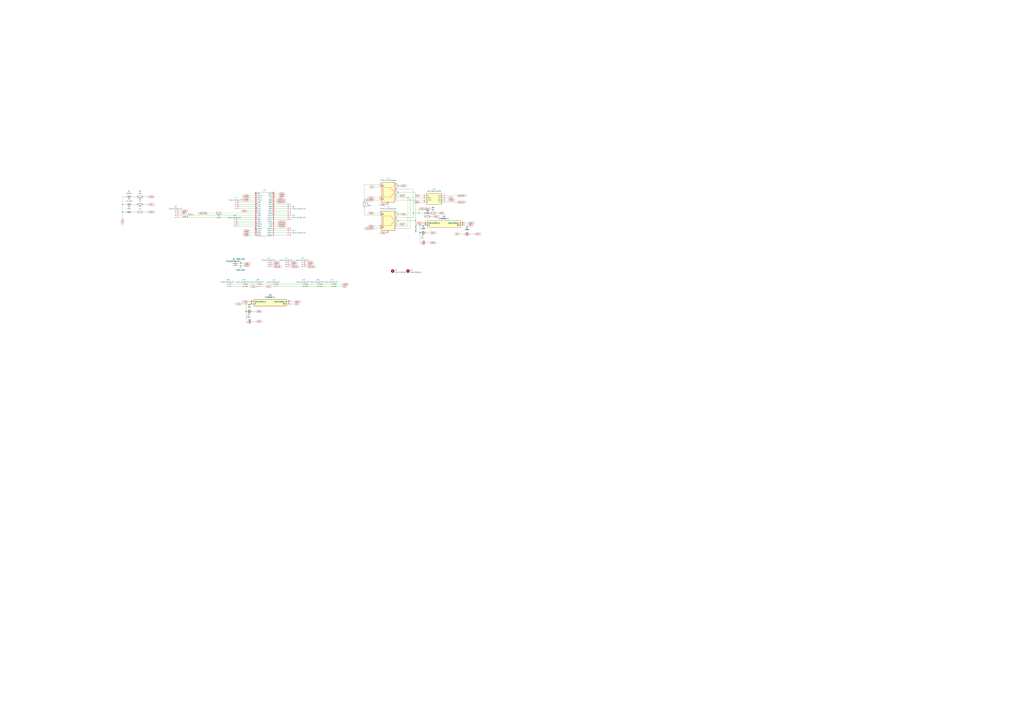
<source format=kicad_sch>
(kicad_sch (version 20230121) (generator eeschema)

  (uuid db0bf1f5-8558-40f6-a79d-8bb07620be8f)

  (paper "A0")

  (lib_symbols
    (symbol "Connector:Conn_01x02_Pin" (pin_names (offset 1.016) hide) (in_bom yes) (on_board yes)
      (property "Reference" "J" (at 0 2.54 0)
        (effects (font (size 1.27 1.27)))
      )
      (property "Value" "Conn_01x02_Pin" (at 0 -5.08 0)
        (effects (font (size 1.27 1.27)))
      )
      (property "Footprint" "" (at 0 0 0)
        (effects (font (size 1.27 1.27)) hide)
      )
      (property "Datasheet" "~" (at 0 0 0)
        (effects (font (size 1.27 1.27)) hide)
      )
      (property "ki_locked" "" (at 0 0 0)
        (effects (font (size 1.27 1.27)))
      )
      (property "ki_keywords" "connector" (at 0 0 0)
        (effects (font (size 1.27 1.27)) hide)
      )
      (property "ki_description" "Generic connector, single row, 01x02, script generated" (at 0 0 0)
        (effects (font (size 1.27 1.27)) hide)
      )
      (property "ki_fp_filters" "Connector*:*_1x??_*" (at 0 0 0)
        (effects (font (size 1.27 1.27)) hide)
      )
      (symbol "Conn_01x02_Pin_1_1"
        (polyline
          (pts
            (xy 1.27 -2.54)
            (xy 0.8636 -2.54)
          )
          (stroke (width 0.1524) (type default))
          (fill (type none))
        )
        (polyline
          (pts
            (xy 1.27 0)
            (xy 0.8636 0)
          )
          (stroke (width 0.1524) (type default))
          (fill (type none))
        )
        (rectangle (start 0.8636 -2.413) (end 0 -2.667)
          (stroke (width 0.1524) (type default))
          (fill (type outline))
        )
        (rectangle (start 0.8636 0.127) (end 0 -0.127)
          (stroke (width 0.1524) (type default))
          (fill (type outline))
        )
        (pin passive line (at 5.08 0 180) (length 3.81)
          (name "Pin_1" (effects (font (size 1.27 1.27))))
          (number "1" (effects (font (size 1.27 1.27))))
        )
        (pin passive line (at 5.08 -2.54 180) (length 3.81)
          (name "Pin_2" (effects (font (size 1.27 1.27))))
          (number "2" (effects (font (size 1.27 1.27))))
        )
      )
    )
    (symbol "Connector:Conn_01x03_Pin" (pin_names (offset 1.016) hide) (in_bom yes) (on_board yes)
      (property "Reference" "J" (at 0 5.08 0)
        (effects (font (size 1.27 1.27)))
      )
      (property "Value" "Conn_01x03_Pin" (at 0 -5.08 0)
        (effects (font (size 1.27 1.27)))
      )
      (property "Footprint" "" (at 0 0 0)
        (effects (font (size 1.27 1.27)) hide)
      )
      (property "Datasheet" "~" (at 0 0 0)
        (effects (font (size 1.27 1.27)) hide)
      )
      (property "ki_locked" "" (at 0 0 0)
        (effects (font (size 1.27 1.27)))
      )
      (property "ki_keywords" "connector" (at 0 0 0)
        (effects (font (size 1.27 1.27)) hide)
      )
      (property "ki_description" "Generic connector, single row, 01x03, script generated" (at 0 0 0)
        (effects (font (size 1.27 1.27)) hide)
      )
      (property "ki_fp_filters" "Connector*:*_1x??_*" (at 0 0 0)
        (effects (font (size 1.27 1.27)) hide)
      )
      (symbol "Conn_01x03_Pin_1_1"
        (polyline
          (pts
            (xy 1.27 -2.54)
            (xy 0.8636 -2.54)
          )
          (stroke (width 0.1524) (type default))
          (fill (type none))
        )
        (polyline
          (pts
            (xy 1.27 0)
            (xy 0.8636 0)
          )
          (stroke (width 0.1524) (type default))
          (fill (type none))
        )
        (polyline
          (pts
            (xy 1.27 2.54)
            (xy 0.8636 2.54)
          )
          (stroke (width 0.1524) (type default))
          (fill (type none))
        )
        (rectangle (start 0.8636 -2.413) (end 0 -2.667)
          (stroke (width 0.1524) (type default))
          (fill (type outline))
        )
        (rectangle (start 0.8636 0.127) (end 0 -0.127)
          (stroke (width 0.1524) (type default))
          (fill (type outline))
        )
        (rectangle (start 0.8636 2.667) (end 0 2.413)
          (stroke (width 0.1524) (type default))
          (fill (type outline))
        )
        (pin passive line (at 5.08 2.54 180) (length 3.81)
          (name "Pin_1" (effects (font (size 1.27 1.27))))
          (number "1" (effects (font (size 1.27 1.27))))
        )
        (pin passive line (at 5.08 0 180) (length 3.81)
          (name "Pin_2" (effects (font (size 1.27 1.27))))
          (number "2" (effects (font (size 1.27 1.27))))
        )
        (pin passive line (at 5.08 -2.54 180) (length 3.81)
          (name "Pin_3" (effects (font (size 1.27 1.27))))
          (number "3" (effects (font (size 1.27 1.27))))
        )
      )
    )
    (symbol "Connector:Conn_01x04_Pin" (pin_names (offset 1.016) hide) (in_bom yes) (on_board yes)
      (property "Reference" "J" (at 0 5.08 0)
        (effects (font (size 1.27 1.27)))
      )
      (property "Value" "Conn_01x04_Pin" (at 0 -7.62 0)
        (effects (font (size 1.27 1.27)))
      )
      (property "Footprint" "" (at 0 0 0)
        (effects (font (size 1.27 1.27)) hide)
      )
      (property "Datasheet" "~" (at 0 0 0)
        (effects (font (size 1.27 1.27)) hide)
      )
      (property "ki_locked" "" (at 0 0 0)
        (effects (font (size 1.27 1.27)))
      )
      (property "ki_keywords" "connector" (at 0 0 0)
        (effects (font (size 1.27 1.27)) hide)
      )
      (property "ki_description" "Generic connector, single row, 01x04, script generated" (at 0 0 0)
        (effects (font (size 1.27 1.27)) hide)
      )
      (property "ki_fp_filters" "Connector*:*_1x??_*" (at 0 0 0)
        (effects (font (size 1.27 1.27)) hide)
      )
      (symbol "Conn_01x04_Pin_1_1"
        (polyline
          (pts
            (xy 1.27 -5.08)
            (xy 0.8636 -5.08)
          )
          (stroke (width 0.1524) (type default))
          (fill (type none))
        )
        (polyline
          (pts
            (xy 1.27 -2.54)
            (xy 0.8636 -2.54)
          )
          (stroke (width 0.1524) (type default))
          (fill (type none))
        )
        (polyline
          (pts
            (xy 1.27 0)
            (xy 0.8636 0)
          )
          (stroke (width 0.1524) (type default))
          (fill (type none))
        )
        (polyline
          (pts
            (xy 1.27 2.54)
            (xy 0.8636 2.54)
          )
          (stroke (width 0.1524) (type default))
          (fill (type none))
        )
        (rectangle (start 0.8636 -4.953) (end 0 -5.207)
          (stroke (width 0.1524) (type default))
          (fill (type outline))
        )
        (rectangle (start 0.8636 -2.413) (end 0 -2.667)
          (stroke (width 0.1524) (type default))
          (fill (type outline))
        )
        (rectangle (start 0.8636 0.127) (end 0 -0.127)
          (stroke (width 0.1524) (type default))
          (fill (type outline))
        )
        (rectangle (start 0.8636 2.667) (end 0 2.413)
          (stroke (width 0.1524) (type default))
          (fill (type outline))
        )
        (pin passive line (at 5.08 2.54 180) (length 3.81)
          (name "Pin_1" (effects (font (size 1.27 1.27))))
          (number "1" (effects (font (size 1.27 1.27))))
        )
        (pin passive line (at 5.08 0 180) (length 3.81)
          (name "Pin_2" (effects (font (size 1.27 1.27))))
          (number "2" (effects (font (size 1.27 1.27))))
        )
        (pin passive line (at 5.08 -2.54 180) (length 3.81)
          (name "Pin_3" (effects (font (size 1.27 1.27))))
          (number "3" (effects (font (size 1.27 1.27))))
        )
        (pin passive line (at 5.08 -5.08 180) (length 3.81)
          (name "Pin_4" (effects (font (size 1.27 1.27))))
          (number "4" (effects (font (size 1.27 1.27))))
        )
      )
    )
    (symbol "Connector:RJ45_LED_Shielded" (pin_names (offset 1.016)) (in_bom yes) (on_board yes)
      (property "Reference" "J" (at -5.08 13.97 0)
        (effects (font (size 1.27 1.27)) (justify right))
      )
      (property "Value" "RJ45_LED_Shielded" (at 1.27 13.97 0)
        (effects (font (size 1.27 1.27)) (justify left))
      )
      (property "Footprint" "" (at 0 0.635 90)
        (effects (font (size 1.27 1.27)) hide)
      )
      (property "Datasheet" "~" (at 0 0.635 90)
        (effects (font (size 1.27 1.27)) hide)
      )
      (property "ki_keywords" "8P8C RJ socket jack connector led" (at 0 0 0)
        (effects (font (size 1.27 1.27)) hide)
      )
      (property "ki_description" "RJ connector, 8P8C (8 positions 8 connected), two LEDs, Shielded" (at 0 0 0)
        (effects (font (size 1.27 1.27)) hide)
      )
      (property "ki_fp_filters" "8P8C* RJ45*" (at 0 0 0)
        (effects (font (size 1.27 1.27)) hide)
      )
      (symbol "RJ45_LED_Shielded_0_1"
        (polyline
          (pts
            (xy -7.62 -7.62)
            (xy -6.35 -7.62)
          )
          (stroke (width 0) (type default))
          (fill (type none))
        )
        (polyline
          (pts
            (xy -7.62 -5.08)
            (xy -6.35 -5.08)
          )
          (stroke (width 0) (type default))
          (fill (type none))
        )
        (polyline
          (pts
            (xy -7.62 7.62)
            (xy -6.35 7.62)
          )
          (stroke (width 0) (type default))
          (fill (type none))
        )
        (polyline
          (pts
            (xy -7.62 10.16)
            (xy -6.35 10.16)
          )
          (stroke (width 0) (type default))
          (fill (type none))
        )
        (polyline
          (pts
            (xy -6.858 -5.842)
            (xy -5.842 -5.842)
          )
          (stroke (width 0) (type default))
          (fill (type none))
        )
        (polyline
          (pts
            (xy -6.858 9.398)
            (xy -5.842 9.398)
          )
          (stroke (width 0) (type default))
          (fill (type none))
        )
        (polyline
          (pts
            (xy -6.35 -7.62)
            (xy -6.35 -6.858)
          )
          (stroke (width 0) (type default))
          (fill (type none))
        )
        (polyline
          (pts
            (xy -6.35 -5.08)
            (xy -6.35 -5.842)
          )
          (stroke (width 0) (type default))
          (fill (type none))
        )
        (polyline
          (pts
            (xy -6.35 7.62)
            (xy -6.35 8.382)
          )
          (stroke (width 0) (type default))
          (fill (type none))
        )
        (polyline
          (pts
            (xy -6.35 10.16)
            (xy -6.35 9.398)
          )
          (stroke (width 0) (type default))
          (fill (type none))
        )
        (polyline
          (pts
            (xy -5.08 -6.223)
            (xy -5.207 -6.604)
          )
          (stroke (width 0) (type default))
          (fill (type none))
        )
        (polyline
          (pts
            (xy -5.08 -5.588)
            (xy -5.207 -5.969)
          )
          (stroke (width 0) (type default))
          (fill (type none))
        )
        (polyline
          (pts
            (xy -5.08 4.445)
            (xy -6.35 4.445)
          )
          (stroke (width 0) (type default))
          (fill (type none))
        )
        (polyline
          (pts
            (xy -5.08 5.715)
            (xy -6.35 5.715)
          )
          (stroke (width 0) (type default))
          (fill (type none))
        )
        (polyline
          (pts
            (xy -5.08 9.017)
            (xy -5.207 8.636)
          )
          (stroke (width 0) (type default))
          (fill (type none))
        )
        (polyline
          (pts
            (xy -5.08 9.652)
            (xy -5.207 9.271)
          )
          (stroke (width 0) (type default))
          (fill (type none))
        )
        (polyline
          (pts
            (xy -6.35 -3.175)
            (xy -5.08 -3.175)
            (xy -5.08 -3.175)
          )
          (stroke (width 0) (type default))
          (fill (type none))
        )
        (polyline
          (pts
            (xy -6.35 -1.905)
            (xy -5.08 -1.905)
            (xy -5.08 -1.905)
          )
          (stroke (width 0) (type default))
          (fill (type none))
        )
        (polyline
          (pts
            (xy -6.35 -0.635)
            (xy -5.08 -0.635)
            (xy -5.08 -0.635)
          )
          (stroke (width 0) (type default))
          (fill (type none))
        )
        (polyline
          (pts
            (xy -6.35 0.635)
            (xy -5.08 0.635)
            (xy -5.08 0.635)
          )
          (stroke (width 0) (type default))
          (fill (type none))
        )
        (polyline
          (pts
            (xy -6.35 1.905)
            (xy -5.08 1.905)
            (xy -5.08 1.905)
          )
          (stroke (width 0) (type default))
          (fill (type none))
        )
        (polyline
          (pts
            (xy -5.588 -6.731)
            (xy -5.08 -6.223)
            (xy -5.461 -6.35)
          )
          (stroke (width 0) (type default))
          (fill (type none))
        )
        (polyline
          (pts
            (xy -5.588 -6.096)
            (xy -5.08 -5.588)
            (xy -5.461 -5.715)
          )
          (stroke (width 0) (type default))
          (fill (type none))
        )
        (polyline
          (pts
            (xy -5.588 8.509)
            (xy -5.08 9.017)
            (xy -5.461 8.89)
          )
          (stroke (width 0) (type default))
          (fill (type none))
        )
        (polyline
          (pts
            (xy -5.588 9.144)
            (xy -5.08 9.652)
            (xy -5.461 9.525)
          )
          (stroke (width 0) (type default))
          (fill (type none))
        )
        (polyline
          (pts
            (xy -5.08 3.175)
            (xy -6.35 3.175)
            (xy -6.35 3.175)
          )
          (stroke (width 0) (type default))
          (fill (type none))
        )
        (polyline
          (pts
            (xy -6.35 -5.842)
            (xy -6.858 -6.858)
            (xy -5.842 -6.858)
            (xy -6.35 -5.842)
          )
          (stroke (width 0) (type default))
          (fill (type none))
        )
        (polyline
          (pts
            (xy -6.35 9.398)
            (xy -6.858 8.382)
            (xy -5.842 8.382)
            (xy -6.35 9.398)
          )
          (stroke (width 0) (type default))
          (fill (type none))
        )
        (polyline
          (pts
            (xy -6.35 -4.445)
            (xy -6.35 6.985)
            (xy 3.81 6.985)
            (xy 3.81 4.445)
            (xy 5.08 4.445)
            (xy 5.08 3.175)
            (xy 6.35 3.175)
            (xy 6.35 -0.635)
            (xy 5.08 -0.635)
            (xy 5.08 -1.905)
            (xy 3.81 -1.905)
            (xy 3.81 -4.445)
            (xy -6.35 -4.445)
            (xy -6.35 -4.445)
          )
          (stroke (width 0) (type default))
          (fill (type none))
        )
        (rectangle (start 7.62 12.7) (end -7.62 -10.16)
          (stroke (width 0.254) (type default))
          (fill (type background))
        )
      )
      (symbol "RJ45_LED_Shielded_1_1"
        (pin passive line (at 10.16 -7.62 180) (length 2.54)
          (name "~" (effects (font (size 1.27 1.27))))
          (number "1" (effects (font (size 1.27 1.27))))
        )
        (pin passive line (at -10.16 7.62 0) (length 2.54)
          (name "~" (effects (font (size 1.27 1.27))))
          (number "10" (effects (font (size 1.27 1.27))))
        )
        (pin passive line (at -10.16 -5.08 0) (length 2.54)
          (name "~" (effects (font (size 1.27 1.27))))
          (number "11" (effects (font (size 1.27 1.27))))
        )
        (pin passive line (at -10.16 -7.62 0) (length 2.54)
          (name "~" (effects (font (size 1.27 1.27))))
          (number "12" (effects (font (size 1.27 1.27))))
        )
        (pin passive line (at 10.16 -5.08 180) (length 2.54)
          (name "~" (effects (font (size 1.27 1.27))))
          (number "2" (effects (font (size 1.27 1.27))))
        )
        (pin passive line (at 10.16 -2.54 180) (length 2.54)
          (name "~" (effects (font (size 1.27 1.27))))
          (number "3" (effects (font (size 1.27 1.27))))
        )
        (pin passive line (at 10.16 0 180) (length 2.54)
          (name "~" (effects (font (size 1.27 1.27))))
          (number "4" (effects (font (size 1.27 1.27))))
        )
        (pin passive line (at 10.16 2.54 180) (length 2.54)
          (name "~" (effects (font (size 1.27 1.27))))
          (number "5" (effects (font (size 1.27 1.27))))
        )
        (pin passive line (at 10.16 5.08 180) (length 2.54)
          (name "~" (effects (font (size 1.27 1.27))))
          (number "6" (effects (font (size 1.27 1.27))))
        )
        (pin passive line (at 10.16 7.62 180) (length 2.54)
          (name "~" (effects (font (size 1.27 1.27))))
          (number "7" (effects (font (size 1.27 1.27))))
        )
        (pin passive line (at 10.16 10.16 180) (length 2.54)
          (name "~" (effects (font (size 1.27 1.27))))
          (number "8" (effects (font (size 1.27 1.27))))
        )
        (pin passive line (at -10.16 10.16 0) (length 2.54)
          (name "~" (effects (font (size 1.27 1.27))))
          (number "9" (effects (font (size 1.27 1.27))))
        )
        (pin passive line (at 0 -12.7 90) (length 2.54)
          (name "~" (effects (font (size 1.27 1.27))))
          (number "SH" (effects (font (size 1.27 1.27))))
        )
      )
    )
    (symbol "Device:C" (pin_numbers hide) (pin_names (offset 0.254)) (in_bom yes) (on_board yes)
      (property "Reference" "C" (at 0.635 2.54 0)
        (effects (font (size 1.27 1.27)) (justify left))
      )
      (property "Value" "C" (at 0.635 -2.54 0)
        (effects (font (size 1.27 1.27)) (justify left))
      )
      (property "Footprint" "" (at 0.9652 -3.81 0)
        (effects (font (size 1.27 1.27)) hide)
      )
      (property "Datasheet" "~" (at 0 0 0)
        (effects (font (size 1.27 1.27)) hide)
      )
      (property "ki_keywords" "cap capacitor" (at 0 0 0)
        (effects (font (size 1.27 1.27)) hide)
      )
      (property "ki_description" "Unpolarized capacitor" (at 0 0 0)
        (effects (font (size 1.27 1.27)) hide)
      )
      (property "ki_fp_filters" "C_*" (at 0 0 0)
        (effects (font (size 1.27 1.27)) hide)
      )
      (symbol "C_0_1"
        (polyline
          (pts
            (xy -2.032 -0.762)
            (xy 2.032 -0.762)
          )
          (stroke (width 0.508) (type default))
          (fill (type none))
        )
        (polyline
          (pts
            (xy -2.032 0.762)
            (xy 2.032 0.762)
          )
          (stroke (width 0.508) (type default))
          (fill (type none))
        )
      )
      (symbol "C_1_1"
        (pin passive line (at 0 3.81 270) (length 2.794)
          (name "~" (effects (font (size 1.27 1.27))))
          (number "1" (effects (font (size 1.27 1.27))))
        )
        (pin passive line (at 0 -3.81 90) (length 2.794)
          (name "~" (effects (font (size 1.27 1.27))))
          (number "2" (effects (font (size 1.27 1.27))))
        )
      )
    )
    (symbol "Device:C_Polarized" (pin_numbers hide) (pin_names (offset 0.254)) (in_bom yes) (on_board yes)
      (property "Reference" "C" (at 0.635 2.54 0)
        (effects (font (size 1.27 1.27)) (justify left))
      )
      (property "Value" "C_Polarized" (at 0.635 -2.54 0)
        (effects (font (size 1.27 1.27)) (justify left))
      )
      (property "Footprint" "" (at 0.9652 -3.81 0)
        (effects (font (size 1.27 1.27)) hide)
      )
      (property "Datasheet" "~" (at 0 0 0)
        (effects (font (size 1.27 1.27)) hide)
      )
      (property "ki_keywords" "cap capacitor" (at 0 0 0)
        (effects (font (size 1.27 1.27)) hide)
      )
      (property "ki_description" "Polarized capacitor" (at 0 0 0)
        (effects (font (size 1.27 1.27)) hide)
      )
      (property "ki_fp_filters" "CP_*" (at 0 0 0)
        (effects (font (size 1.27 1.27)) hide)
      )
      (symbol "C_Polarized_0_1"
        (rectangle (start -2.286 0.508) (end 2.286 1.016)
          (stroke (width 0) (type default))
          (fill (type none))
        )
        (polyline
          (pts
            (xy -1.778 2.286)
            (xy -0.762 2.286)
          )
          (stroke (width 0) (type default))
          (fill (type none))
        )
        (polyline
          (pts
            (xy -1.27 2.794)
            (xy -1.27 1.778)
          )
          (stroke (width 0) (type default))
          (fill (type none))
        )
        (rectangle (start 2.286 -0.508) (end -2.286 -1.016)
          (stroke (width 0) (type default))
          (fill (type outline))
        )
      )
      (symbol "C_Polarized_1_1"
        (pin passive line (at 0 3.81 270) (length 2.794)
          (name "~" (effects (font (size 1.27 1.27))))
          (number "1" (effects (font (size 1.27 1.27))))
        )
        (pin passive line (at 0 -3.81 90) (length 2.794)
          (name "~" (effects (font (size 1.27 1.27))))
          (number "2" (effects (font (size 1.27 1.27))))
        )
      )
    )
    (symbol "Device:D" (pin_numbers hide) (pin_names (offset 1.016) hide) (in_bom yes) (on_board yes)
      (property "Reference" "D" (at 0 2.54 0)
        (effects (font (size 1.27 1.27)))
      )
      (property "Value" "D" (at 0 -2.54 0)
        (effects (font (size 1.27 1.27)))
      )
      (property "Footprint" "" (at 0 0 0)
        (effects (font (size 1.27 1.27)) hide)
      )
      (property "Datasheet" "~" (at 0 0 0)
        (effects (font (size 1.27 1.27)) hide)
      )
      (property "Sim.Device" "D" (at 0 0 0)
        (effects (font (size 1.27 1.27)) hide)
      )
      (property "Sim.Pins" "1=K 2=A" (at 0 0 0)
        (effects (font (size 1.27 1.27)) hide)
      )
      (property "ki_keywords" "diode" (at 0 0 0)
        (effects (font (size 1.27 1.27)) hide)
      )
      (property "ki_description" "Diode" (at 0 0 0)
        (effects (font (size 1.27 1.27)) hide)
      )
      (property "ki_fp_filters" "TO-???* *_Diode_* *SingleDiode* D_*" (at 0 0 0)
        (effects (font (size 1.27 1.27)) hide)
      )
      (symbol "D_0_1"
        (polyline
          (pts
            (xy -1.27 1.27)
            (xy -1.27 -1.27)
          )
          (stroke (width 0.254) (type default))
          (fill (type none))
        )
        (polyline
          (pts
            (xy 1.27 0)
            (xy -1.27 0)
          )
          (stroke (width 0) (type default))
          (fill (type none))
        )
        (polyline
          (pts
            (xy 1.27 1.27)
            (xy 1.27 -1.27)
            (xy -1.27 0)
            (xy 1.27 1.27)
          )
          (stroke (width 0.254) (type default))
          (fill (type none))
        )
      )
      (symbol "D_1_1"
        (pin passive line (at -3.81 0 0) (length 2.54)
          (name "K" (effects (font (size 1.27 1.27))))
          (number "1" (effects (font (size 1.27 1.27))))
        )
        (pin passive line (at 3.81 0 180) (length 2.54)
          (name "A" (effects (font (size 1.27 1.27))))
          (number "2" (effects (font (size 1.27 1.27))))
        )
      )
    )
    (symbol "Device:R" (pin_numbers hide) (pin_names (offset 0)) (in_bom yes) (on_board yes)
      (property "Reference" "R" (at 2.032 0 90)
        (effects (font (size 1.27 1.27)))
      )
      (property "Value" "R" (at 0 0 90)
        (effects (font (size 1.27 1.27)))
      )
      (property "Footprint" "" (at -1.778 0 90)
        (effects (font (size 1.27 1.27)) hide)
      )
      (property "Datasheet" "~" (at 0 0 0)
        (effects (font (size 1.27 1.27)) hide)
      )
      (property "ki_keywords" "R res resistor" (at 0 0 0)
        (effects (font (size 1.27 1.27)) hide)
      )
      (property "ki_description" "Resistor" (at 0 0 0)
        (effects (font (size 1.27 1.27)) hide)
      )
      (property "ki_fp_filters" "R_*" (at 0 0 0)
        (effects (font (size 1.27 1.27)) hide)
      )
      (symbol "R_0_1"
        (rectangle (start -1.016 -2.54) (end 1.016 2.54)
          (stroke (width 0.254) (type default))
          (fill (type none))
        )
      )
      (symbol "R_1_1"
        (pin passive line (at 0 3.81 270) (length 1.27)
          (name "~" (effects (font (size 1.27 1.27))))
          (number "1" (effects (font (size 1.27 1.27))))
        )
        (pin passive line (at 0 -3.81 90) (length 1.27)
          (name "~" (effects (font (size 1.27 1.27))))
          (number "2" (effects (font (size 1.27 1.27))))
        )
      )
    )
    (symbol "Mechanical:MountingHole" (pin_names (offset 1.016)) (in_bom yes) (on_board yes)
      (property "Reference" "H" (at 0 5.08 0)
        (effects (font (size 1.27 1.27)))
      )
      (property "Value" "MountingHole" (at 0 3.175 0)
        (effects (font (size 1.27 1.27)))
      )
      (property "Footprint" "" (at 0 0 0)
        (effects (font (size 1.27 1.27)) hide)
      )
      (property "Datasheet" "~" (at 0 0 0)
        (effects (font (size 1.27 1.27)) hide)
      )
      (property "ki_keywords" "mounting hole" (at 0 0 0)
        (effects (font (size 1.27 1.27)) hide)
      )
      (property "ki_description" "Mounting Hole without connection" (at 0 0 0)
        (effects (font (size 1.27 1.27)) hide)
      )
      (property "ki_fp_filters" "MountingHole*" (at 0 0 0)
        (effects (font (size 1.27 1.27)) hide)
      )
      (symbol "MountingHole_0_1"
        (circle (center 0 0) (radius 1.27)
          (stroke (width 1.27) (type default))
          (fill (type none))
        )
      )
    )
    (symbol "NCV7351D1ER2G:NCV7351D1ER2G" (in_bom yes) (on_board yes)
      (property "Reference" "IC" (at 24.13 7.62 0)
        (effects (font (size 1.27 1.27)) (justify left top))
      )
      (property "Value" "NCV7351D1ER2G" (at 24.13 5.08 0)
        (effects (font (size 1.27 1.27)) (justify left top))
      )
      (property "Footprint" "SOIC127P600X175-8N" (at 24.13 -94.92 0)
        (effects (font (size 1.27 1.27)) (justify left top) hide)
      )
      (property "Datasheet" "http://www.onsemi.com/pub/Collateral/NCV7351-D.PDF" (at 24.13 -194.92 0)
        (effects (font (size 1.27 1.27)) (justify left top) hide)
      )
      (property "Height" "1.75" (at 24.13 -394.92 0)
        (effects (font (size 1.27 1.27)) (justify left top) hide)
      )
      (property "Manufacturer_Name" "onsemi" (at 24.13 -494.92 0)
        (effects (font (size 1.27 1.27)) (justify left top) hide)
      )
      (property "Manufacturer_Part_Number" "NCV7351D1ER2G" (at 24.13 -594.92 0)
        (effects (font (size 1.27 1.27)) (justify left top) hide)
      )
      (property "Mouser Part Number" "863-NCV7351D1ER2G" (at 24.13 -694.92 0)
        (effects (font (size 1.27 1.27)) (justify left top) hide)
      )
      (property "Mouser Price/Stock" "https://www.mouser.co.uk/ProductDetail/onsemi/NCV7351D1ER2G?qs=l5F7KFZg3O5tNFBk2wxDRg%3D%3D" (at 24.13 -794.92 0)
        (effects (font (size 1.27 1.27)) (justify left top) hide)
      )
      (property "Arrow Part Number" "NCV7351D1ER2G" (at 24.13 -894.92 0)
        (effects (font (size 1.27 1.27)) (justify left top) hide)
      )
      (property "Arrow Price/Stock" "https://www.arrow.com/en/products/ncv7351d1er2g/on-semiconductor?region=nac" (at 24.13 -994.92 0)
        (effects (font (size 1.27 1.27)) (justify left top) hide)
      )
      (property "ki_description" "ON Semiconductor NCV7351D1ER2G, CAN Transceiver 1Mbit/s 1-channel ISO 11898-2, 8-Pin SOIC" (at 0 0 0)
        (effects (font (size 1.27 1.27)) hide)
      )
      (symbol "NCV7351D1ER2G_1_1"
        (rectangle (start 5.08 2.54) (end 22.86 -10.16)
          (stroke (width 0.254) (type default))
          (fill (type background))
        )
        (pin passive line (at 0 0 0) (length 5.08)
          (name "TXD" (effects (font (size 1.27 1.27))))
          (number "1" (effects (font (size 1.27 1.27))))
        )
        (pin passive line (at 0 -2.54 0) (length 5.08)
          (name "GND" (effects (font (size 1.27 1.27))))
          (number "2" (effects (font (size 1.27 1.27))))
        )
        (pin passive line (at 0 -5.08 0) (length 5.08)
          (name "VCC" (effects (font (size 1.27 1.27))))
          (number "3" (effects (font (size 1.27 1.27))))
        )
        (pin passive line (at 0 -7.62 0) (length 5.08)
          (name "RXD" (effects (font (size 1.27 1.27))))
          (number "4" (effects (font (size 1.27 1.27))))
        )
        (pin passive line (at 27.94 -7.62 180) (length 5.08)
          (name "EN" (effects (font (size 1.27 1.27))))
          (number "5" (effects (font (size 1.27 1.27))))
        )
        (pin passive line (at 27.94 -5.08 180) (length 5.08)
          (name "CANL" (effects (font (size 1.27 1.27))))
          (number "6" (effects (font (size 1.27 1.27))))
        )
        (pin passive line (at 27.94 -2.54 180) (length 5.08)
          (name "CANH" (effects (font (size 1.27 1.27))))
          (number "7" (effects (font (size 1.27 1.27))))
        )
        (pin passive line (at 27.94 0 180) (length 5.08)
          (name "S" (effects (font (size 1.27 1.27))))
          (number "8" (effects (font (size 1.27 1.27))))
        )
      )
    )
    (symbol "New_Library:blue_pill" (in_bom yes) (on_board yes)
      (property "Reference" "U" (at 0 0 0)
        (effects (font (size 1.27 1.27)))
      )
      (property "Value" "" (at 0 0 0)
        (effects (font (size 1.27 1.27)))
      )
      (property "Footprint" "" (at 0 0 0)
        (effects (font (size 1.27 1.27)) hide)
      )
      (property "Datasheet" "" (at 0 0 0)
        (effects (font (size 1.27 1.27)) hide)
      )
      (symbol "blue_pill_0_1"
        (rectangle (start -10.16 36.83) (end 10.16 -13.97)
          (stroke (width 0) (type default))
          (fill (type none))
        )
      )
      (symbol "blue_pill_1_1"
        (pin bidirectional line (at 11.43 -12.7 180) (length 2.54)
          (name "PB12" (effects (font (size 1.27 1.27))))
          (number "1" (effects (font (size 1.27 1.27))))
        )
        (pin bidirectional line (at 11.43 10.16 180) (length 2.54)
          (name "PA15" (effects (font (size 1.27 1.27))))
          (number "10" (effects (font (size 1.27 1.27))))
        )
        (pin bidirectional line (at 11.43 12.7 180) (length 2.54)
          (name "PB3" (effects (font (size 1.27 1.27))))
          (number "11" (effects (font (size 1.27 1.27))))
        )
        (pin bidirectional line (at 11.43 15.24 180) (length 2.54)
          (name "PB4" (effects (font (size 1.27 1.27))))
          (number "12" (effects (font (size 1.27 1.27))))
        )
        (pin bidirectional line (at 11.43 17.78 180) (length 2.54)
          (name "PB5" (effects (font (size 1.27 1.27))))
          (number "13" (effects (font (size 1.27 1.27))))
        )
        (pin bidirectional line (at 11.43 20.32 180) (length 2.54)
          (name "PB6" (effects (font (size 1.27 1.27))))
          (number "14" (effects (font (size 1.27 1.27))))
        )
        (pin bidirectional line (at 11.43 22.86 180) (length 2.54)
          (name "PB7" (effects (font (size 1.27 1.27))))
          (number "15" (effects (font (size 1.27 1.27))))
        )
        (pin bidirectional line (at 11.43 25.4 180) (length 2.54)
          (name "PB8" (effects (font (size 1.27 1.27))))
          (number "16" (effects (font (size 1.27 1.27))))
        )
        (pin bidirectional line (at 11.43 27.94 180) (length 2.54)
          (name "PB9" (effects (font (size 1.27 1.27))))
          (number "17" (effects (font (size 1.27 1.27))))
        )
        (pin power_in line (at 11.43 30.48 180) (length 2.54)
          (name "5V" (effects (font (size 1.27 1.27))))
          (number "18" (effects (font (size 1.27 1.27))))
        )
        (pin power_in line (at 11.43 33.02 180) (length 2.54)
          (name "GND" (effects (font (size 1.27 1.27))))
          (number "19" (effects (font (size 1.27 1.27))))
        )
        (pin bidirectional line (at 11.43 -10.16 180) (length 2.54)
          (name "PB13" (effects (font (size 1.27 1.27))))
          (number "2" (effects (font (size 1.27 1.27))))
        )
        (pin power_out line (at 11.43 35.56 180) (length 2.54)
          (name "3.3V" (effects (font (size 1.27 1.27))))
          (number "20" (effects (font (size 1.27 1.27))))
        )
        (pin no_connect line (at -11.43 35.56 0) (length 2.54)
          (name "VB" (effects (font (size 1.27 1.27))))
          (number "21" (effects (font (size 1.27 1.27))))
        )
        (pin bidirectional line (at -11.43 33.02 0) (length 2.54)
          (name "PC13" (effects (font (size 1.27 1.27))))
          (number "22" (effects (font (size 1.27 1.27))))
        )
        (pin bidirectional line (at -11.43 30.48 0) (length 2.54)
          (name "PC14" (effects (font (size 1.27 1.27))))
          (number "23" (effects (font (size 1.27 1.27))))
        )
        (pin bidirectional line (at -11.43 27.94 0) (length 2.54)
          (name "PC15" (effects (font (size 1.27 1.27))))
          (number "24" (effects (font (size 1.27 1.27))))
        )
        (pin bidirectional line (at -11.43 25.4 0) (length 2.54)
          (name "PA0" (effects (font (size 1.27 1.27))))
          (number "25" (effects (font (size 1.27 1.27))))
        )
        (pin bidirectional line (at -11.43 22.86 0) (length 2.54)
          (name "PA1" (effects (font (size 1.27 1.27))))
          (number "26" (effects (font (size 1.27 1.27))))
        )
        (pin bidirectional line (at -11.43 20.32 0) (length 2.54)
          (name "PA2" (effects (font (size 1.27 1.27))))
          (number "27" (effects (font (size 1.27 1.27))))
        )
        (pin bidirectional line (at -11.43 17.78 0) (length 2.54)
          (name "PA3" (effects (font (size 1.27 1.27))))
          (number "28" (effects (font (size 1.27 1.27))))
        )
        (pin bidirectional line (at -11.43 15.24 0) (length 2.54)
          (name "PA4" (effects (font (size 1.27 1.27))))
          (number "29" (effects (font (size 1.27 1.27))))
        )
        (pin bidirectional line (at 11.43 -7.62 180) (length 2.54)
          (name "PB14" (effects (font (size 1.27 1.27))))
          (number "3" (effects (font (size 1.27 1.27))))
        )
        (pin bidirectional line (at -11.43 12.7 0) (length 2.54)
          (name "PA5" (effects (font (size 1.27 1.27))))
          (number "30" (effects (font (size 1.27 1.27))))
        )
        (pin bidirectional line (at -11.43 10.16 0) (length 2.54)
          (name "PA6" (effects (font (size 1.27 1.27))))
          (number "31" (effects (font (size 1.27 1.27))))
        )
        (pin bidirectional line (at -11.43 7.62 0) (length 2.54)
          (name "PA7" (effects (font (size 1.27 1.27))))
          (number "32" (effects (font (size 1.27 1.27))))
        )
        (pin bidirectional line (at -11.43 5.08 0) (length 2.54)
          (name "PB0" (effects (font (size 1.27 1.27))))
          (number "33" (effects (font (size 1.27 1.27))))
        )
        (pin bidirectional line (at -11.43 2.54 0) (length 2.54)
          (name "PB1" (effects (font (size 1.27 1.27))))
          (number "34" (effects (font (size 1.27 1.27))))
        )
        (pin bidirectional line (at -11.43 0 0) (length 2.54)
          (name "PB10" (effects (font (size 1.27 1.27))))
          (number "35" (effects (font (size 1.27 1.27))))
        )
        (pin bidirectional line (at -11.43 -2.54 0) (length 2.54)
          (name "PB11" (effects (font (size 1.27 1.27))))
          (number "36" (effects (font (size 1.27 1.27))))
        )
        (pin no_connect line (at -11.43 -5.08 0) (length 2.54)
          (name "RESET" (effects (font (size 1.27 1.27))))
          (number "37" (effects (font (size 1.27 1.27))))
        )
        (pin power_out line (at -11.43 -7.62 0) (length 2.54)
          (name "3.3V" (effects (font (size 1.27 1.27))))
          (number "38" (effects (font (size 1.27 1.27))))
        )
        (pin power_in line (at -11.43 -10.16 0) (length 2.54)
          (name "GND" (effects (font (size 1.27 1.27))))
          (number "39" (effects (font (size 1.27 1.27))))
        )
        (pin bidirectional line (at 11.43 -5.08 180) (length 2.54)
          (name "PB15" (effects (font (size 1.27 1.27))))
          (number "4" (effects (font (size 1.27 1.27))))
        )
        (pin power_in line (at -11.43 -12.7 0) (length 2.54)
          (name "GND" (effects (font (size 1.27 1.27))))
          (number "40" (effects (font (size 1.27 1.27))))
        )
        (pin bidirectional line (at 11.43 -2.54 180) (length 2.54)
          (name "PA8" (effects (font (size 1.27 1.27))))
          (number "5" (effects (font (size 1.27 1.27))))
        )
        (pin bidirectional line (at 11.43 0 180) (length 2.54)
          (name "PA9" (effects (font (size 1.27 1.27))))
          (number "6" (effects (font (size 1.27 1.27))))
        )
        (pin bidirectional line (at 11.43 2.54 180) (length 2.54)
          (name "PA10" (effects (font (size 1.27 1.27))))
          (number "7" (effects (font (size 1.27 1.27))))
        )
        (pin bidirectional line (at 11.43 5.08 180) (length 2.54)
          (name "PA11" (effects (font (size 1.27 1.27))))
          (number "8" (effects (font (size 1.27 1.27))))
        )
        (pin bidirectional line (at 11.43 7.62 180) (length 2.54)
          (name "PA12" (effects (font (size 1.27 1.27))))
          (number "9" (effects (font (size 1.27 1.27))))
        )
      )
    )
    (symbol "RJ45_LED_Shielded_1" (pin_names (offset 1.016)) (in_bom yes) (on_board yes)
      (property "Reference" "J1" (at 0 17.78 0)
        (effects (font (size 1.27 1.27)))
      )
      (property "Value" "RJ45_LED_Shielded" (at 0 15.24 0)
        (effects (font (size 1.27 1.27)))
      )
      (property "Footprint" "" (at 0 0.635 90)
        (effects (font (size 1.27 1.27)) hide)
      )
      (property "Datasheet" "~" (at 0 0.635 90)
        (effects (font (size 1.27 1.27)) hide)
      )
      (property "ki_keywords" "8P8C RJ socket jack connector led" (at 0 0 0)
        (effects (font (size 1.27 1.27)) hide)
      )
      (property "ki_description" "RJ connector, 8P8C (8 positions 8 connected), two LEDs, Shielded" (at 0 0 0)
        (effects (font (size 1.27 1.27)) hide)
      )
      (property "ki_fp_filters" "8P8C* RJ45*" (at 0 0 0)
        (effects (font (size 1.27 1.27)) hide)
      )
      (symbol "RJ45_LED_Shielded_1_0_1"
        (rectangle (start -7.62 12.7) (end 7.62 -10.16)
          (stroke (width 0.254) (type default))
          (fill (type background))
        )
        (polyline
          (pts
            (xy -7.62 -7.62)
            (xy -6.35 -7.62)
          )
          (stroke (width 0) (type default))
          (fill (type none))
        )
        (polyline
          (pts
            (xy -7.62 -5.08)
            (xy -6.35 -5.08)
          )
          (stroke (width 0) (type default))
          (fill (type none))
        )
        (polyline
          (pts
            (xy -7.62 7.62)
            (xy -6.35 7.62)
          )
          (stroke (width 0) (type default))
          (fill (type none))
        )
        (polyline
          (pts
            (xy -7.62 10.16)
            (xy -6.35 10.16)
          )
          (stroke (width 0) (type default))
          (fill (type none))
        )
        (polyline
          (pts
            (xy -6.858 -5.842)
            (xy -5.842 -5.842)
          )
          (stroke (width 0) (type default))
          (fill (type none))
        )
        (polyline
          (pts
            (xy -6.858 9.398)
            (xy -5.842 9.398)
          )
          (stroke (width 0) (type default))
          (fill (type none))
        )
        (polyline
          (pts
            (xy -6.35 -7.62)
            (xy -6.35 -6.858)
          )
          (stroke (width 0) (type default))
          (fill (type none))
        )
        (polyline
          (pts
            (xy -6.35 -5.08)
            (xy -6.35 -5.842)
          )
          (stroke (width 0) (type default))
          (fill (type none))
        )
        (polyline
          (pts
            (xy -6.35 7.62)
            (xy -6.35 8.382)
          )
          (stroke (width 0) (type default))
          (fill (type none))
        )
        (polyline
          (pts
            (xy -6.35 10.16)
            (xy -6.35 9.398)
          )
          (stroke (width 0) (type default))
          (fill (type none))
        )
        (polyline
          (pts
            (xy -5.08 -6.223)
            (xy -5.207 -6.604)
          )
          (stroke (width 0) (type default))
          (fill (type none))
        )
        (polyline
          (pts
            (xy -5.08 -5.588)
            (xy -5.207 -5.969)
          )
          (stroke (width 0) (type default))
          (fill (type none))
        )
        (polyline
          (pts
            (xy -5.08 4.445)
            (xy -6.35 4.445)
          )
          (stroke (width 0) (type default))
          (fill (type none))
        )
        (polyline
          (pts
            (xy -5.08 5.715)
            (xy -6.35 5.715)
          )
          (stroke (width 0) (type default))
          (fill (type none))
        )
        (polyline
          (pts
            (xy -5.08 9.017)
            (xy -5.207 8.636)
          )
          (stroke (width 0) (type default))
          (fill (type none))
        )
        (polyline
          (pts
            (xy -5.08 9.652)
            (xy -5.207 9.271)
          )
          (stroke (width 0) (type default))
          (fill (type none))
        )
        (polyline
          (pts
            (xy -6.35 -3.175)
            (xy -5.08 -3.175)
            (xy -5.08 -3.175)
          )
          (stroke (width 0) (type default))
          (fill (type none))
        )
        (polyline
          (pts
            (xy -6.35 -1.905)
            (xy -5.08 -1.905)
            (xy -5.08 -1.905)
          )
          (stroke (width 0) (type default))
          (fill (type none))
        )
        (polyline
          (pts
            (xy -6.35 -0.635)
            (xy -5.08 -0.635)
            (xy -5.08 -0.635)
          )
          (stroke (width 0) (type default))
          (fill (type none))
        )
        (polyline
          (pts
            (xy -6.35 0.635)
            (xy -5.08 0.635)
            (xy -5.08 0.635)
          )
          (stroke (width 0) (type default))
          (fill (type none))
        )
        (polyline
          (pts
            (xy -6.35 1.905)
            (xy -5.08 1.905)
            (xy -5.08 1.905)
          )
          (stroke (width 0) (type default))
          (fill (type none))
        )
        (polyline
          (pts
            (xy -5.588 -6.731)
            (xy -5.08 -6.223)
            (xy -5.461 -6.35)
          )
          (stroke (width 0) (type default))
          (fill (type none))
        )
        (polyline
          (pts
            (xy -5.588 -6.096)
            (xy -5.08 -5.588)
            (xy -5.461 -5.715)
          )
          (stroke (width 0) (type default))
          (fill (type none))
        )
        (polyline
          (pts
            (xy -5.588 8.509)
            (xy -5.08 9.017)
            (xy -5.461 8.89)
          )
          (stroke (width 0) (type default))
          (fill (type none))
        )
        (polyline
          (pts
            (xy -5.588 9.144)
            (xy -5.08 9.652)
            (xy -5.461 9.525)
          )
          (stroke (width 0) (type default))
          (fill (type none))
        )
        (polyline
          (pts
            (xy -5.08 3.175)
            (xy -6.35 3.175)
            (xy -6.35 3.175)
          )
          (stroke (width 0) (type default))
          (fill (type none))
        )
        (polyline
          (pts
            (xy -6.35 -5.842)
            (xy -6.858 -6.858)
            (xy -5.842 -6.858)
            (xy -6.35 -5.842)
          )
          (stroke (width 0) (type default))
          (fill (type none))
        )
        (polyline
          (pts
            (xy -6.35 9.398)
            (xy -6.858 8.382)
            (xy -5.842 8.382)
            (xy -6.35 9.398)
          )
          (stroke (width 0) (type default))
          (fill (type none))
        )
        (polyline
          (pts
            (xy -6.35 -4.445)
            (xy -6.35 6.985)
            (xy 3.81 6.985)
            (xy 3.81 4.445)
            (xy 5.08 4.445)
            (xy 5.08 3.175)
            (xy 6.35 3.175)
            (xy 6.35 -0.635)
            (xy 5.08 -0.635)
            (xy 5.08 -1.905)
            (xy 3.81 -1.905)
            (xy 3.81 -4.445)
            (xy -6.35 -4.445)
            (xy -6.35 -4.445)
          )
          (stroke (width 0) (type default))
          (fill (type none))
        )
      )
      (symbol "RJ45_LED_Shielded_1_1_1"
        (pin passive line (at 10.16 -7.62 180) (length 2.54)
          (name "~" (effects (font (size 1.27 1.27))))
          (number "1" (effects (font (size 1.27 1.27))))
        )
        (pin passive line (at -10.16 7.62 0) (length 2.54)
          (name "~" (effects (font (size 1.27 1.27))))
          (number "10" (effects (font (size 1.27 1.27))))
        )
        (pin passive line (at -10.16 -5.08 0) (length 2.54)
          (name "~" (effects (font (size 1.27 1.27))))
          (number "11" (effects (font (size 1.27 1.27))))
        )
        (pin passive line (at -10.16 -7.62 0) (length 2.54)
          (name "~" (effects (font (size 1.27 1.27))))
          (number "12" (effects (font (size 1.27 1.27))))
        )
        (pin power_out line (at 10.16 -5.08 180) (length 2.54)
          (name "~" (effects (font (size 1.27 1.27))))
          (number "2" (effects (font (size 1.27 1.27))))
        )
        (pin passive line (at 10.16 -2.54 180) (length 2.54)
          (name "~" (effects (font (size 1.27 1.27))))
          (number "3" (effects (font (size 1.27 1.27))))
        )
        (pin passive line (at 10.16 0 180) (length 2.54)
          (name "~" (effects (font (size 1.27 1.27))))
          (number "4" (effects (font (size 1.27 1.27))))
        )
        (pin power_out line (at 10.16 2.54 180) (length 2.54)
          (name "~" (effects (font (size 1.27 1.27))))
          (number "5" (effects (font (size 1.27 1.27))))
        )
        (pin passive line (at 10.16 5.08 180) (length 2.54)
          (name "~" (effects (font (size 1.27 1.27))))
          (number "6" (effects (font (size 1.27 1.27))))
        )
        (pin passive line (at 10.16 7.62 180) (length 2.54)
          (name "~" (effects (font (size 1.27 1.27))))
          (number "7" (effects (font (size 1.27 1.27))))
        )
        (pin passive line (at 10.16 10.16 180) (length 2.54)
          (name "~" (effects (font (size 1.27 1.27))))
          (number "8" (effects (font (size 1.27 1.27))))
        )
        (pin passive line (at -10.16 10.16 0) (length 2.54)
          (name "~" (effects (font (size 1.27 1.27))))
          (number "9" (effects (font (size 1.27 1.27))))
        )
        (pin passive line (at 0 -12.7 90) (length 2.54)
          (name "~" (effects (font (size 1.27 1.27))))
          (number "SH" (effects (font (size 1.27 1.27))))
        )
      )
    )
    (symbol "TA78L05F_F_:TA78L05F_F_" (in_bom yes) (on_board yes)
      (property "Reference" "IC2" (at 24.13 -10.16 0)
        (effects (font (size 1.27 1.27)))
      )
      (property "Value" "TA78L05F_F_" (at 24.13 -7.62 0)
        (effects (font (size 1.27 1.27)))
      )
      (property "Footprint" "4-PIN-HSOP" (at 44.45 -94.92 0)
        (effects (font (size 1.27 1.27)) (justify left top) hide)
      )
      (property "Datasheet" "" (at 44.45 -194.92 0)
        (effects (font (size 1.27 1.27)) (justify left top) hide)
      )
      (property "Height" "" (at 44.45 -394.92 0)
        (effects (font (size 1.27 1.27)) (justify left top) hide)
      )
      (property "Manufacturer_Name" "Toshiba" (at 44.45 -494.92 0)
        (effects (font (size 1.27 1.27)) (justify left top) hide)
      )
      (property "Manufacturer_Part_Number" "TA78L05F(F)" (at 44.45 -594.92 0)
        (effects (font (size 1.27 1.27)) (justify left top) hide)
      )
      (property "Mouser Part Number" "" (at 44.45 -694.92 0)
        (effects (font (size 1.27 1.27)) (justify left top) hide)
      )
      (property "Mouser Price/Stock" "" (at 44.45 -794.92 0)
        (effects (font (size 1.27 1.27)) (justify left top) hide)
      )
      (property "Arrow Part Number" "" (at 44.45 -894.92 0)
        (effects (font (size 1.27 1.27)) (justify left top) hide)
      )
      (property "Arrow Price/Stock" "" (at 44.45 -994.92 0)
        (effects (font (size 1.27 1.27)) (justify left top) hide)
      )
      (property "ki_description" "Reg.,Linear Toshiba TA78L05F(F), Single Linear Voltage Regulator, 150mA 5 V, 4-Pin HSOP" (at 0 0 0)
        (effects (font (size 1.27 1.27)) hide)
      )
      (symbol "TA78L05F_F__1_1"
        (rectangle (start 5.08 2.54) (end 43.18 -5.08)
          (stroke (width 0.254) (type default))
          (fill (type background))
        )
        (pin power_out line (at 0 0 0) (length 5.08)
          (name "OUT" (effects (font (size 1.27 1.27))))
          (number "1" (effects (font (size 1.27 1.27))))
        )
        (pin power_in line (at 0 -2.54 0) (length 5.08)
          (name "GND_(CASE)_1" (effects (font (size 1.27 1.27))))
          (number "2" (effects (font (size 1.27 1.27))))
        )
        (pin power_in line (at 48.26 0 180) (length 5.08)
          (name "IN" (effects (font (size 1.27 1.27))))
          (number "3" (effects (font (size 1.27 1.27))))
        )
        (pin power_in line (at 48.26 -2.54 180) (length 5.08)
          (name "GND_(CASE)_2" (effects (font (size 1.27 1.27))))
          (number "4" (effects (font (size 1.27 1.27))))
        )
      )
    )
    (symbol "TA78L05F_F__1" (in_bom yes) (on_board yes)
      (property "Reference" "IC3" (at 24.13 -10.16 0)
        (effects (font (size 1.27 1.27)))
      )
      (property "Value" "TA78L05F_F_" (at 24.13 -7.62 0)
        (effects (font (size 1.27 1.27)))
      )
      (property "Footprint" "4-PIN-HSOP" (at 44.45 -94.92 0)
        (effects (font (size 1.27 1.27)) (justify left top) hide)
      )
      (property "Datasheet" "" (at 44.45 -194.92 0)
        (effects (font (size 1.27 1.27)) (justify left top) hide)
      )
      (property "Height" "" (at 44.45 -394.92 0)
        (effects (font (size 1.27 1.27)) (justify left top) hide)
      )
      (property "Manufacturer_Name" "Toshiba" (at 44.45 -494.92 0)
        (effects (font (size 1.27 1.27)) (justify left top) hide)
      )
      (property "Manufacturer_Part_Number" "TA78L05F(F)" (at 44.45 -594.92 0)
        (effects (font (size 1.27 1.27)) (justify left top) hide)
      )
      (property "Mouser Part Number" "" (at 44.45 -694.92 0)
        (effects (font (size 1.27 1.27)) (justify left top) hide)
      )
      (property "Mouser Price/Stock" "" (at 44.45 -794.92 0)
        (effects (font (size 1.27 1.27)) (justify left top) hide)
      )
      (property "Arrow Part Number" "" (at 44.45 -894.92 0)
        (effects (font (size 1.27 1.27)) (justify left top) hide)
      )
      (property "Arrow Price/Stock" "" (at 44.45 -994.92 0)
        (effects (font (size 1.27 1.27)) (justify left top) hide)
      )
      (property "ki_description" "Reg.,Linear Toshiba TA78L05F(F), Single Linear Voltage Regulator, 150mA 5 V, 4-Pin HSOP" (at 0 0 0)
        (effects (font (size 1.27 1.27)) hide)
      )
      (symbol "TA78L05F_F__1_1_1"
        (rectangle (start 5.08 2.54) (end 43.18 -5.08)
          (stroke (width 0.254) (type default))
          (fill (type background))
        )
        (pin power_out line (at 0 0 0) (length 5.08)
          (name "OUT" (effects (font (size 1.27 1.27))))
          (number "1" (effects (font (size 1.27 1.27))))
        )
        (pin power_in line (at 0 -2.54 0) (length 5.08)
          (name "GND_(CASE)_1" (effects (font (size 1.27 1.27))))
          (number "2" (effects (font (size 1.27 1.27))))
        )
        (pin power_in line (at 48.26 0 180) (length 5.08)
          (name "IN" (effects (font (size 1.27 1.27))))
          (number "3" (effects (font (size 1.27 1.27))))
        )
        (pin power_in line (at 48.26 -2.54 180) (length 5.08)
          (name "GND_(CASE)_2" (effects (font (size 1.27 1.27))))
          (number "4" (effects (font (size 1.27 1.27))))
        )
      )
    )
    (symbol "power:PWR_FLAG" (power) (pin_numbers hide) (pin_names (offset 0) hide) (in_bom yes) (on_board yes)
      (property "Reference" "#FLG" (at 0 1.905 0)
        (effects (font (size 1.27 1.27)) hide)
      )
      (property "Value" "PWR_FLAG" (at 0 3.81 0)
        (effects (font (size 1.27 1.27)))
      )
      (property "Footprint" "" (at 0 0 0)
        (effects (font (size 1.27 1.27)) hide)
      )
      (property "Datasheet" "~" (at 0 0 0)
        (effects (font (size 1.27 1.27)) hide)
      )
      (property "ki_keywords" "flag power" (at 0 0 0)
        (effects (font (size 1.27 1.27)) hide)
      )
      (property "ki_description" "Special symbol for telling ERC where power comes from" (at 0 0 0)
        (effects (font (size 1.27 1.27)) hide)
      )
      (symbol "PWR_FLAG_0_0"
        (pin power_out line (at 0 0 90) (length 0)
          (name "pwr" (effects (font (size 1.27 1.27))))
          (number "1" (effects (font (size 1.27 1.27))))
        )
      )
      (symbol "PWR_FLAG_0_1"
        (polyline
          (pts
            (xy 0 0)
            (xy 0 1.27)
            (xy -1.016 1.905)
            (xy 0 2.54)
            (xy 1.016 1.905)
            (xy 0 1.27)
          )
          (stroke (width 0) (type default))
          (fill (type none))
        )
      )
    )
  )

  (junction (at 389.89 330.2) (diameter 0) (color 0 0 0 0)
    (uuid 34826faa-27fe-49a9-916f-3dc6fe255b50)
  )
  (junction (at 287.02 332.74) (diameter 0) (color 0 0 0 0)
    (uuid 3d0c9661-f9dd-4410-b256-bf6d2b745ca2)
  )
  (junction (at 462.28 248.92) (diameter 0) (color 0 0 0 0)
    (uuid 4933a2c6-02ba-4a57-9eba-dcf7f5d3377e)
  )
  (junction (at 279.4 308.61) (diameter 0) (color 0 0 0 0)
    (uuid 5188f6a7-f21e-4f2d-ae26-9d8fbd3050bc)
  )
  (junction (at 287.02 330.2) (diameter 0) (color 0 0 0 0)
    (uuid 551a3125-574f-4327-8d35-b5cfe9fbc82a)
  )
  (junction (at 487.68 261.62) (diameter 0) (color 0 0 0 0)
    (uuid 6003bd38-7d3d-4f9c-8d47-a7db583593f3)
  )
  (junction (at 142.24 237.49) (diameter 0) (color 0 0 0 0)
    (uuid 61aa9e2b-d8b8-4781-9001-c25cf5dbf269)
  )
  (junction (at 373.38 332.74) (diameter 0) (color 0 0 0 0)
    (uuid 6752b13b-d22c-49c4-bde3-ca2d20040b8d)
  )
  (junction (at 462.28 223.52) (diameter 0) (color 0 0 0 0)
    (uuid 6a83fbfe-a5cc-4ecd-bed4-b1ca940cc522)
  )
  (junction (at 303.53 330.2) (diameter 0) (color 0 0 0 0)
    (uuid 6c640c74-dd28-44e3-b350-762ba31c71d0)
  )
  (junction (at 473.71 229.87) (diameter 0) (color 0 0 0 0)
    (uuid 731b6bbe-918b-4669-b077-dafff4d469b6)
  )
  (junction (at 487.68 270.51) (diameter 0) (color 0 0 0 0)
    (uuid 746e4167-6c7e-4f8b-b184-9140d1b493ce)
  )
  (junction (at 322.58 330.2) (diameter 0) (color 0 0 0 0)
    (uuid 7722a129-9ce0-4dc6-881f-de38b866f1d0)
  )
  (junction (at 492.76 247.65) (diameter 0) (color 0 0 0 0)
    (uuid 7bb1ed62-c9ee-4e1e-b3cb-872b39876580)
  )
  (junction (at 142.24 246.38) (diameter 0) (color 0 0 0 0)
    (uuid 8838fb9a-9c93-4ffe-a315-8f25d1b78fbb)
  )
  (junction (at 389.89 332.74) (diameter 0) (color 0 0 0 0)
    (uuid 9548341d-d827-4cd2-ae59-d1590ba78e0d)
  )
  (junction (at 486.41 247.65) (diameter 0) (color 0 0 0 0)
    (uuid 9acdb7a1-7988-4114-8080-2bfede1f297c)
  )
  (junction (at 356.87 330.2) (diameter 0) (color 0 0 0 0)
    (uuid c0143626-064c-4e48-981b-335c7fe0caad)
  )
  (junction (at 462.28 256.54) (diameter 0) (color 0 0 0 0)
    (uuid cdc6c23a-62ce-4962-a356-8808ba446088)
  )
  (junction (at 462.28 215.9) (diameter 0) (color 0 0 0 0)
    (uuid d7e8302f-0237-4282-bc5d-fd51ec974f65)
  )
  (junction (at 285.75 353.06) (diameter 0) (color 0 0 0 0)
    (uuid da7047eb-55a4-4b1f-8cb5-3f5dc39ff529)
  )
  (junction (at 285.75 361.95) (diameter 0) (color 0 0 0 0)
    (uuid df20d3de-14be-4f5d-8ade-9491d1dd9095)
  )
  (junction (at 279.4 306.07) (diameter 0) (color 0 0 0 0)
    (uuid e5112875-fa72-4cff-b753-7eae429a2edb)
  )
  (junction (at 482.6 256.54) (diameter 0) (color 0 0 0 0)
    (uuid f3be3f85-cf67-4cfb-be65-e7ff3247b4a3)
  )
  (junction (at 373.38 330.2) (diameter 0) (color 0 0 0 0)
    (uuid f4c394f3-088c-4fae-9bb3-664d6c8302e4)
  )
  (junction (at 356.87 332.74) (diameter 0) (color 0 0 0 0)
    (uuid fbf248a4-baa3-4be6-b909-77d5df185a72)
  )
  (junction (at 476.25 232.41) (diameter 0) (color 0 0 0 0)
    (uuid fcb77615-1c20-447b-a2fb-54b09fca366d)
  )
  (junction (at 480.06 247.65) (diameter 0) (color 0 0 0 0)
    (uuid ffd6a6f5-7c86-440f-8389-e420d5b3f3c0)
  )

  (wire (pts (xy 461.01 232.41) (xy 476.25 232.41))
    (stroke (width 0) (type default))
    (uuid 0317fa32-e2b5-4959-a57b-1dd2265acbe8)
  )
  (wire (pts (xy 289.56 232.41) (xy 295.91 232.41))
    (stroke (width 0) (type default))
    (uuid 04f669d1-d764-4348-af85-c219b6871ef3)
  )
  (wire (pts (xy 337.82 309.88) (xy 336.55 309.88))
    (stroke (width 0) (type default))
    (uuid 07157497-5937-4e43-b954-cca19629ab8b)
  )
  (wire (pts (xy 462.28 248.92) (xy 464.82 248.92))
    (stroke (width 0) (type default))
    (uuid 083f6f6b-7245-4e41-b330-5fa0f2b2a2a7)
  )
  (wire (pts (xy 373.38 330.2) (xy 389.89 330.2))
    (stroke (width 0) (type default))
    (uuid 0989988f-18e5-4c22-8340-e18e37b00444)
  )
  (wire (pts (xy 462.28 215.9) (xy 464.82 215.9))
    (stroke (width 0) (type default))
    (uuid 09ab9595-267e-4f52-b8da-e6d9d11be07e)
  )
  (wire (pts (xy 278.13 240.03) (xy 295.91 240.03))
    (stroke (width 0) (type default))
    (uuid 0c32108c-3800-474e-87c5-a9032c059671)
  )
  (wire (pts (xy 153.67 246.38) (xy 158.75 246.38))
    (stroke (width 0) (type default))
    (uuid 0e5cacc2-ab4f-41a4-9716-fdc2ec681404)
  )
  (wire (pts (xy 422.91 250.19) (xy 440.69 250.19))
    (stroke (width 0) (type default))
    (uuid 0f26d6e9-1387-453f-9b1c-303ff8839d0f)
  )
  (wire (pts (xy 318.77 247.65) (xy 332.74 247.65))
    (stroke (width 0) (type default))
    (uuid 0f5e00d8-afef-4a27-967a-d2ebe0271b5f)
  )
  (wire (pts (xy 434.34 265.43) (xy 440.69 265.43))
    (stroke (width 0) (type default))
    (uuid 1136c13e-9b12-4553-b9d8-4f9bc8b98f04)
  )
  (wire (pts (xy 318.77 267.97) (xy 332.74 267.97))
    (stroke (width 0) (type default))
    (uuid 1232b9c4-a4ec-414d-9726-06ea17c21fc9)
  )
  (wire (pts (xy 289.56 267.97) (xy 295.91 267.97))
    (stroke (width 0) (type default))
    (uuid 15a72286-20dd-4220-bc48-a18e50d08c52)
  )
  (wire (pts (xy 461.01 229.87) (xy 473.71 229.87))
    (stroke (width 0) (type default))
    (uuid 1f099c89-391b-4fd5-934a-3d40870d5579)
  )
  (wire (pts (xy 543.56 259.08) (xy 539.75 259.08))
    (stroke (width 0) (type default))
    (uuid 1fab4d24-2fca-4340-91fa-9e5b820ee896)
  )
  (wire (pts (xy 318.77 262.89) (xy 322.58 262.89))
    (stroke (width 0) (type default))
    (uuid 234bed95-07d9-4ab0-9537-44ef285cb74b)
  )
  (wire (pts (xy 502.92 251.46) (xy 500.38 251.46))
    (stroke (width 0) (type default))
    (uuid 23bba5c3-1ebf-4991-88f3-c6b256238cac)
  )
  (wire (pts (xy 482.6 261.62) (xy 487.68 261.62))
    (stroke (width 0) (type default))
    (uuid 24a854d7-4a8c-4a4e-94a0-c2cd44dd1d9a)
  )
  (wire (pts (xy 210.82 245.11) (xy 208.28 245.11))
    (stroke (width 0) (type default))
    (uuid 251a00ba-c19e-460b-b2d2-24e97ebc1790)
  )
  (wire (pts (xy 279.4 308.61) (xy 275.59 308.61))
    (stroke (width 0) (type default))
    (uuid 2648cb82-a74b-4ffb-93ad-ec64e97621f3)
  )
  (wire (pts (xy 551.18 271.78) (xy 546.1 271.78))
    (stroke (width 0) (type default))
    (uuid 27b32614-67e1-4f96-b47e-3f1ba4786298)
  )
  (wire (pts (xy 518.16 232.41) (xy 520.7 232.41))
    (stroke (width 0) (type default))
    (uuid 2932332e-68a4-4d18-81ef-757e6988ca21)
  )
  (wire (pts (xy 287.02 245.11) (xy 295.91 245.11))
    (stroke (width 0) (type default))
    (uuid 299841ce-d38d-4e05-81cb-0bbbb4aa3776)
  )
  (wire (pts (xy 486.41 247.65) (xy 492.76 247.65))
    (stroke (width 0) (type default))
    (uuid 2a7ae6c1-a3da-4a9f-bb5a-74d6d6a58427)
  )
  (wire (pts (xy 482.6 223.52) (xy 482.6 256.54))
    (stroke (width 0) (type default))
    (uuid 2c2f72d2-6656-444b-9512-c5012815b767)
  )
  (wire (pts (xy 434.34 229.87) (xy 440.69 229.87))
    (stroke (width 0) (type default))
    (uuid 2c7a1070-949d-4f61-8861-633efdcc0622)
  )
  (wire (pts (xy 297.18 361.95) (xy 293.37 361.95))
    (stroke (width 0) (type default))
    (uuid 2d374f9e-ee56-4ca2-be86-5e45c007525c)
  )
  (wire (pts (xy 171.45 237.49) (xy 166.37 237.49))
    (stroke (width 0) (type default))
    (uuid 2d86e298-7b98-4a6b-a867-11cf11d0667e)
  )
  (wire (pts (xy 142.24 228.6) (xy 142.24 237.49))
    (stroke (width 0) (type default))
    (uuid 2dcbf36a-5b2b-45eb-b280-2cb9acddd793)
  )
  (wire (pts (xy 318.77 240.03) (xy 332.74 240.03))
    (stroke (width 0) (type default))
    (uuid 3093fc65-d31b-485c-a730-5cdfeee4f538)
  )
  (wire (pts (xy 318.77 242.57) (xy 332.74 242.57))
    (stroke (width 0) (type default))
    (uuid 313c6bf1-b9aa-4d4d-bcc9-811cbe18ae13)
  )
  (wire (pts (xy 318.77 237.49) (xy 332.74 237.49))
    (stroke (width 0) (type default))
    (uuid 316f8c2b-e76c-4ed7-bff8-c11b97320e15)
  )
  (wire (pts (xy 434.34 232.41) (xy 440.69 232.41))
    (stroke (width 0) (type default))
    (uuid 31a518d8-2268-4972-8ef8-117194430548)
  )
  (wire (pts (xy 434.34 262.89) (xy 440.69 262.89))
    (stroke (width 0) (type default))
    (uuid 340225b6-fa0a-4711-9ebe-817157e4a3ab)
  )
  (wire (pts (xy 318.77 245.11) (xy 332.74 245.11))
    (stroke (width 0) (type default))
    (uuid 357f05f3-2c8b-4a10-8fea-2ae7252828aa)
  )
  (wire (pts (xy 462.28 224.79) (xy 461.01 224.79))
    (stroke (width 0) (type default))
    (uuid 37f9a8be-33d9-4188-85e3-5f5644cf37dd)
  )
  (wire (pts (xy 318.77 255.27) (xy 332.74 255.27))
    (stroke (width 0) (type default))
    (uuid 39315ea0-13e7-4166-8923-8aa5f7a4226f)
  )
  (wire (pts (xy 275.59 306.07) (xy 279.4 306.07))
    (stroke (width 0) (type default))
    (uuid 39df6d07-dc1f-428d-a9e2-5ef59a23d14d)
  )
  (wire (pts (xy 289.56 270.51) (xy 295.91 270.51))
    (stroke (width 0) (type default))
    (uuid 3ff4aaab-3805-4330-a2e1-d1f88d13c542)
  )
  (wire (pts (xy 487.68 270.51) (xy 487.68 281.94))
    (stroke (width 0) (type default))
    (uuid 4253c29f-c7ab-461d-b830-f7d7aca9e22c)
  )
  (wire (pts (xy 322.58 330.2) (xy 356.87 330.2))
    (stroke (width 0) (type default))
    (uuid 42fd6012-a53f-4a93-a9ef-0f5d285b9d98)
  )
  (wire (pts (xy 287.02 330.2) (xy 303.53 330.2))
    (stroke (width 0) (type default))
    (uuid 49bccb72-0bed-48e7-ad3f-8662a8b19180)
  )
  (wire (pts (xy 289.56 227.33) (xy 295.91 227.33))
    (stroke (width 0) (type default))
    (uuid 4aeb9603-72f5-4e31-8515-f4b4c3466888)
  )
  (wire (pts (xy 462.28 250.19) (xy 461.01 250.19))
    (stroke (width 0) (type default))
    (uuid 4c178e3e-6aea-4a98-81ac-9edc6e8cf4bf)
  )
  (wire (pts (xy 462.28 257.81) (xy 461.01 257.81))
    (stroke (width 0) (type default))
    (uuid 4e7734b3-1688-427e-b353-88ac2e3bb293)
  )
  (wire (pts (xy 269.24 330.2) (xy 287.02 330.2))
    (stroke (width 0) (type default))
    (uuid 4f387196-fed8-414b-bf72-5b6007cc7af2)
  )
  (wire (pts (xy 318.77 257.81) (xy 322.58 257.81))
    (stroke (width 0) (type default))
    (uuid 4f42e46e-24e7-40f8-86fe-ea42c4935cff)
  )
  (wire (pts (xy 142.24 237.49) (xy 142.24 246.38))
    (stroke (width 0) (type default))
    (uuid 50d8aec6-b795-4113-851d-1a60bf11d1ae)
  )
  (wire (pts (xy 318.77 224.79) (xy 323.85 224.79))
    (stroke (width 0) (type default))
    (uuid 52e36828-f0bb-48ca-bdae-ecc357434697)
  )
  (wire (pts (xy 269.24 332.74) (xy 287.02 332.74))
    (stroke (width 0) (type default))
    (uuid 5a328eb6-072c-4e0f-a769-99f41f5810a2)
  )
  (wire (pts (xy 317.5 309.88) (xy 316.23 309.88))
    (stroke (width 0) (type default))
    (uuid 5c1470e9-197b-48cc-9537-e7d76575bfb1)
  )
  (wire (pts (xy 356.87 309.88) (xy 355.6 309.88))
    (stroke (width 0) (type default))
    (uuid 6037445e-a21b-4d57-98d2-c66de27f5313)
  )
  (wire (pts (xy 142.24 246.38) (xy 146.05 246.38))
    (stroke (width 0) (type default))
    (uuid 60546501-c919-4531-b5d3-717cc0e0ee36)
  )
  (wire (pts (xy 171.45 228.6) (xy 166.37 228.6))
    (stroke (width 0) (type default))
    (uuid 65dd41ea-0aac-4cdc-a352-fa3228cdd79d)
  )
  (wire (pts (xy 142.24 237.49) (xy 146.05 237.49))
    (stroke (width 0) (type default))
    (uuid 65f17de8-20b6-43ff-be5b-a54218e1926c)
  )
  (wire (pts (xy 356.87 304.8) (xy 355.6 304.8))
    (stroke (width 0) (type default))
    (uuid 65f2b118-3215-4c0d-b37e-5329ca8a0f52)
  )
  (wire (pts (xy 318.77 229.87) (xy 323.85 229.87))
    (stroke (width 0) (type default))
    (uuid 6697e7e5-87cd-43d0-9084-9377fc0cdfab)
  )
  (wire (pts (xy 321.31 232.41) (xy 318.77 232.41))
    (stroke (width 0) (type default))
    (uuid 6698039a-2b91-45d1-8c4b-962f46a2b8df)
  )
  (wire (pts (xy 462.28 223.52) (xy 462.28 224.79))
    (stroke (width 0) (type default))
    (uuid 6b3a2fa1-7178-4de2-973c-3fd1bfc47235)
  )
  (wire (pts (xy 318.77 265.43) (xy 332.74 265.43))
    (stroke (width 0) (type default))
    (uuid 6b800a1f-91d8-4f3c-8988-d577966d23e6)
  )
  (wire (pts (xy 317.5 304.8) (xy 316.23 304.8))
    (stroke (width 0) (type default))
    (uuid 6bb82755-da32-404c-8cf7-fa1707309fb6)
  )
  (wire (pts (xy 153.67 237.49) (xy 158.75 237.49))
    (stroke (width 0) (type default))
    (uuid 6bdcdae9-fe0f-4886-b03f-6aa5e316811f)
  )
  (wire (pts (xy 462.28 248.92) (xy 462.28 250.19))
    (stroke (width 0) (type default))
    (uuid 6c51c5a7-bb45-4483-a52a-48bdb3faa550)
  )
  (wire (pts (xy 289.56 273.05) (xy 295.91 273.05))
    (stroke (width 0) (type default))
    (uuid 6d287ab2-8e8d-4f65-9a52-9c787500db2f)
  )
  (wire (pts (xy 487.68 227.33) (xy 490.22 227.33))
    (stroke (width 0) (type default))
    (uuid 6e606e1f-e029-4740-8810-0d456b04f9b3)
  )
  (wire (pts (xy 461.01 222.25) (xy 462.28 222.25))
    (stroke (width 0) (type default))
    (uuid 6e7f8bdc-1cad-48a9-8b77-154e3e193b6b)
  )
  (wire (pts (xy 142.24 246.38) (xy 142.24 254))
    (stroke (width 0) (type default))
    (uuid 6e8ac78d-86ff-4ce1-90d5-99ac2f4ac46b)
  )
  (wire (pts (xy 463.55 227.33) (xy 461.01 227.33))
    (stroke (width 0) (type default))
    (uuid 6f84b5c9-a749-48f2-88b1-f5839804b4da)
  )
  (wire (pts (xy 461.01 265.43) (xy 476.25 265.43))
    (stroke (width 0) (type default))
    (uuid 7050e514-97c6-4e6b-b481-d671172e2200)
  )
  (wire (pts (xy 487.68 261.62) (xy 491.49 261.62))
    (stroke (width 0) (type default))
    (uuid 70aafa3e-227c-4541-86fc-6c731d0cb859)
  )
  (wire (pts (xy 518.16 229.87) (xy 520.7 229.87))
    (stroke (width 0) (type default))
    (uuid 71b02eef-83cd-4450-a267-7b8bd0383015)
  )
  (wire (pts (xy 509.27 247.65) (xy 506.73 247.65))
    (stroke (width 0) (type default))
    (uuid 721137d8-064b-429c-994a-797e413064ae)
  )
  (wire (pts (xy 289.56 229.87) (xy 295.91 229.87))
    (stroke (width 0) (type default))
    (uuid 7266d923-d74d-4db9-b4d2-5709c9096c76)
  )
  (wire (pts (xy 499.11 281.94) (xy 495.3 281.94))
    (stroke (width 0) (type default))
    (uuid 736dbc34-578f-4f27-902c-0fb76442cd35)
  )
  (wire (pts (xy 389.89 332.74) (xy 397.51 332.74))
    (stroke (width 0) (type default))
    (uuid 75174c44-07ce-41a3-ae04-e98d0e17eaa4)
  )
  (wire (pts (xy 462.28 223.52) (xy 482.6 223.52))
    (stroke (width 0) (type default))
    (uuid 77612e28-b1a3-4ea4-96cb-f17e8779b03b)
  )
  (wire (pts (xy 279.4 306.07) (xy 283.21 306.07))
    (stroke (width 0) (type default))
    (uuid 77732660-10d4-46c1-b9ca-f39709dea0fd)
  )
  (wire (pts (xy 278.13 237.49) (xy 295.91 237.49))
    (stroke (width 0) (type default))
    (uuid 7879c7f8-0b69-4f31-bf7a-e3925b594c91)
  )
  (wire (pts (xy 518.16 227.33) (xy 530.86 227.33))
    (stroke (width 0) (type default))
    (uuid 79c6070e-9267-4f9d-a516-f394c87960eb)
  )
  (wire (pts (xy 461.01 219.71) (xy 480.06 219.71))
    (stroke (width 0) (type default))
    (uuid 7b2ad126-a0e4-409a-a543-bd32c345490a)
  )
  (wire (pts (xy 461.01 214.63) (xy 462.28 214.63))
    (stroke (width 0) (type default))
    (uuid 7bb04463-fb73-4586-854c-12c419c08f08)
  )
  (wire (pts (xy 373.38 332.74) (xy 389.89 332.74))
    (stroke (width 0) (type default))
    (uuid 7c3ec7ee-36c3-47b9-8650-1e6cbdd21b3f)
  )
  (wire (pts (xy 482.6 256.54) (xy 482.6 261.62))
    (stroke (width 0) (type default))
    (uuid 7e21287c-edb9-4e07-b331-7f43501f0fbb)
  )
  (wire (pts (xy 480.06 247.65) (xy 486.41 247.65))
    (stroke (width 0) (type default))
    (uuid 81969a43-7633-48d8-b69e-ddeb77b683f8)
  )
  (wire (pts (xy 337.82 304.8) (xy 336.55 304.8))
    (stroke (width 0) (type default))
    (uuid 836aa150-1e24-4ee7-88a5-6c98f9cf7f91)
  )
  (wire (pts (xy 278.13 242.57) (xy 295.91 242.57))
    (stroke (width 0) (type default))
    (uuid 85cb3d25-3667-4879-ae7f-9b78847631df)
  )
  (wire (pts (xy 461.01 255.27) (xy 462.28 255.27))
    (stroke (width 0) (type default))
    (uuid 869e9d33-89cd-4247-96e8-0df87877dcdc)
  )
  (wire (pts (xy 303.53 330.2) (xy 322.58 330.2))
    (stroke (width 0) (type default))
    (uuid 879446e2-7b79-47d3-bbbb-d6e78141b48a)
  )
  (wire (pts (xy 276.86 260.35) (xy 295.91 260.35))
    (stroke (width 0) (type default))
    (uuid 87dcbecf-dedf-4abb-8f44-6a7abab54683)
  )
  (wire (pts (xy 303.53 332.74) (xy 308.61 332.74))
    (stroke (width 0) (type default))
    (uuid 8bd875ac-df38-4cb0-870b-124c6e6fc1b0)
  )
  (wire (pts (xy 356.87 307.34) (xy 355.6 307.34))
    (stroke (width 0) (type default))
    (uuid 8e310a9d-f527-45c1-aab8-4a17164d6a35)
  )
  (wire (pts (xy 318.77 227.33) (xy 323.85 227.33))
    (stroke (width 0) (type default))
    (uuid 8f0bab95-3a16-4849-a94d-ad51982ab84e)
  )
  (wire (pts (xy 490.22 259.08) (xy 491.49 259.08))
    (stroke (width 0) (type default))
    (uuid 8f13f232-3ed8-481f-aaff-3f531504675a)
  )
  (wire (pts (xy 389.89 330.2) (xy 397.51 330.2))
    (stroke (width 0) (type default))
    (uuid 8fc03602-3170-4ec1-a863-a22eab19d5d4)
  )
  (wire (pts (xy 487.68 261.62) (xy 487.68 270.51))
    (stroke (width 0) (type default))
    (uuid 937d5e55-fdf1-432d-bd65-a8e64ffaed3c)
  )
  (wire (pts (xy 280.67 353.06) (xy 285.75 353.06))
    (stroke (width 0) (type default))
    (uuid 9397d153-d219-49cb-bcd8-49717e235832)
  )
  (wire (pts (xy 276.86 255.27) (xy 295.91 255.27))
    (stroke (width 0) (type default))
    (uuid 95783bc7-971c-46fc-be3d-0ae8533c1ed6)
  )
  (wire (pts (xy 448.31 270.51) (xy 450.85 270.51))
    (stroke (width 0) (type default))
    (uuid 95868ca6-39ec-47b0-bc6f-6e7b7737508b)
  )
  (wire (pts (xy 533.4 271.78) (xy 538.48 271.78))
    (stroke (width 0) (type default))
    (uuid 95cb3598-2a1a-48b5-9fb7-f2de67a5fb25)
  )
  (wire (pts (xy 480.06 252.73) (xy 461.01 252.73))
    (stroke (width 0) (type default))
    (uuid 9628130d-ad2c-4bed-97ea-d5d1adfb1bdb)
  )
  (wire (pts (xy 462.28 255.27) (xy 462.28 256.54))
    (stroke (width 0) (type default))
    (uuid 97115008-830a-47b0-9309-1ba5e4004cc8)
  )
  (wire (pts (xy 476.25 265.43) (xy 476.25 232.41))
    (stroke (width 0) (type default))
    (uuid 9926ef60-607e-4d13-9fad-4dbf606e7401)
  )
  (wire (pts (xy 462.28 256.54) (xy 462.28 257.81))
    (stroke (width 0) (type default))
    (uuid 993cb65a-1afe-426c-9ab1-959101722459)
  )
  (wire (pts (xy 543.56 261.62) (xy 539.75 261.62))
    (stroke (width 0) (type default))
    (uuid 9a1d9233-f28f-4c05-9571-3b3087830380)
  )
  (wire (pts (xy 487.68 234.95) (xy 490.22 234.95))
    (stroke (width 0) (type default))
    (uuid 9d86e630-cdf3-4b3f-96bf-24de73f72647)
  )
  (wire (pts (xy 499.11 270.51) (xy 495.3 270.51))
    (stroke (width 0) (type default))
    (uuid 9df5ce31-1094-46b5-8a42-a090e406fef2)
  )
  (wire (pts (xy 288.29 350.52) (xy 289.56 350.52))
    (stroke (width 0) (type default))
    (uuid 9e5e06f5-52d1-4315-a9d1-c2e1964dc629)
  )
  (wire (pts (xy 285.75 361.95) (xy 285.75 373.38))
    (stroke (width 0) (type default))
    (uuid 9eba06bb-dbe9-418f-b13b-9c932329e51a)
  )
  (wire (pts (xy 210.82 247.65) (xy 208.28 247.65))
    (stroke (width 0) (type default))
    (uuid 9fc7b31c-8a70-4a89-85a5-a9033e918610)
  )
  (wire (pts (xy 321.31 234.95) (xy 318.77 234.95))
    (stroke (width 0) (type default))
    (uuid a06b0455-221d-4bd1-946a-67db1f6b09c5)
  )
  (wire (pts (xy 486.41 242.57) (xy 486.41 247.65))
    (stroke (width 0) (type default))
    (uuid a19ff47a-e2a8-4156-a611-f5f8484f91a3)
  )
  (wire (pts (xy 337.82 307.34) (xy 336.55 307.34))
    (stroke (width 0) (type default))
    (uuid a24da044-4dba-4e52-a2ef-5848cca044bf)
  )
  (wire (pts (xy 318.77 273.05) (xy 332.74 273.05))
    (stroke (width 0) (type default))
    (uuid a358df14-f357-47cf-9d9c-88ad9143e881)
  )
  (wire (pts (xy 153.67 228.6) (xy 158.75 228.6))
    (stroke (width 0) (type default))
    (uuid a4842f95-3e49-437d-ace0-a37ad3630f12)
  )
  (wire (pts (xy 462.28 256.54) (xy 482.6 256.54))
    (stroke (width 0) (type default))
    (uuid a5088c5b-d7be-419f-ac24-6acc7f4bdba5)
  )
  (wire (pts (xy 518.16 234.95) (xy 530.86 234.95))
    (stroke (width 0) (type default))
    (uuid a911946c-6e65-405b-90fd-588733f88642)
  )
  (wire (pts (xy 492.76 247.65) (xy 492.76 251.46))
    (stroke (width 0) (type default))
    (uuid aa51b3fc-7fd3-450d-a56c-2bd48b0b7576)
  )
  (wire (pts (xy 208.28 252.73) (xy 295.91 252.73))
    (stroke (width 0) (type default))
    (uuid acd8dd22-5265-4fa5-b509-c7aab39aad7a)
  )
  (wire (pts (xy 462.28 215.9) (xy 462.28 217.17))
    (stroke (width 0) (type default))
    (uuid b47093d9-2e9c-4f78-973c-f2ba865898b2)
  )
  (wire (pts (xy 461.01 262.89) (xy 473.71 262.89))
    (stroke (width 0) (type default))
    (uuid b4ce7dc4-82c1-40e2-b783-dfa882007e1c)
  )
  (wire (pts (xy 287.02 332.74) (xy 290.83 332.74))
    (stroke (width 0) (type default))
    (uuid b8d23400-b72b-4432-96c5-dde84d794d38)
  )
  (wire (pts (xy 208.28 250.19) (xy 295.91 250.19))
    (stroke (width 0) (type default))
    (uuid b929e554-8602-4b49-a1f2-4f4ebe14e661)
  )
  (wire (pts (xy 276.86 257.81) (xy 295.91 257.81))
    (stroke (width 0) (type default))
    (uuid baf17ac8-2011-405b-b54f-5cf86fa6f722)
  )
  (wire (pts (xy 241.3 247.65) (xy 250.19 247.65))
    (stroke (width 0) (type default))
    (uuid bfd410b7-0827-46ab-8164-93a8c57889bc)
  )
  (wire (pts (xy 341.63 350.52) (xy 337.82 350.52))
    (stroke (width 0) (type default))
    (uuid c092a484-e755-4cf1-804a-f098bab761da)
  )
  (wire (pts (xy 473.71 262.89) (xy 473.71 229.87))
    (stroke (width 0) (type default))
    (uuid c1160e2a-844b-4739-8296-306a391eb7a1)
  )
  (wire (pts (xy 492.76 247.65) (xy 499.11 247.65))
    (stroke (width 0) (type default))
    (uuid c1fcdd3c-ffd8-4883-8349-87b767ce9085)
  )
  (wire (pts (xy 276.86 262.89) (xy 295.91 262.89))
    (stroke (width 0) (type default))
    (uuid c299ef1e-4c5b-4f37-b2b8-c21ea414243b)
  )
  (wire (pts (xy 461.01 247.65) (xy 462.28 247.65))
    (stroke (width 0) (type default))
    (uuid c3103782-8d6a-4d00-a45d-60acccf29637)
  )
  (wire (pts (xy 278.13 234.95) (xy 295.91 234.95))
    (stroke (width 0) (type default))
    (uuid c35f85be-fcf5-489b-bb6b-7c7c4aa0519e)
  )
  (wire (pts (xy 422.91 214.63) (xy 422.91 233.68))
    (stroke (width 0) (type default))
    (uuid c5843f46-c9f2-4fba-822a-39de8a5bb81a)
  )
  (wire (pts (xy 341.63 353.06) (xy 337.82 353.06))
    (stroke (width 0) (type default))
    (uuid c7e83b7e-48cb-4216-91f1-d68448a61da7)
  )
  (wire (pts (xy 462.28 222.25) (xy 462.28 223.52))
    (stroke (width 0) (type default))
    (uuid ccf0c9d9-59d3-442a-b236-082752737c1a)
  )
  (wire (pts (xy 476.25 232.41) (xy 490.22 232.41))
    (stroke (width 0) (type default))
    (uuid cf01d0b9-cb78-42c3-8298-a240d90ddd74)
  )
  (wire (pts (xy 322.58 332.74) (xy 356.87 332.74))
    (stroke (width 0) (type default))
    (uuid d2b0bf7c-ac57-4e4d-959a-f7f765dac724)
  )
  (wire (pts (xy 422.91 241.3) (xy 422.91 250.19))
    (stroke (width 0) (type default))
    (uuid d5f19987-adc0-471b-becb-1ea8f2295ecb)
  )
  (wire (pts (xy 480.06 247.65) (xy 480.06 252.73))
    (stroke (width 0) (type default))
    (uuid d882adbe-3469-44ea-94f2-40dd4ac8a773)
  )
  (wire (pts (xy 318.77 250.19) (xy 332.74 250.19))
    (stroke (width 0) (type default))
    (uuid da6ed0b7-9867-4241-8e8f-6e3f583fe270)
  )
  (wire (pts (xy 318.77 252.73) (xy 332.74 252.73))
    (stroke (width 0) (type default))
    (uuid dac4a0c4-a9f0-4ed1-8e03-c25705b8f3a4)
  )
  (wire (pts (xy 462.28 214.63) (xy 462.28 215.9))
    (stroke (width 0) (type default))
    (uuid db59dd82-1b7e-4a67-9b2c-82880d157a17)
  )
  (wire (pts (xy 317.5 307.34) (xy 316.23 307.34))
    (stroke (width 0) (type default))
    (uuid dcfe9b54-82f7-42c6-b669-175b85cfa128)
  )
  (wire (pts (xy 318.77 260.35) (xy 322.58 260.35))
    (stroke (width 0) (type default))
    (uuid dfd2def7-e2c1-412f-b9ec-cf407da22364)
  )
  (wire (pts (xy 448.31 237.49) (xy 450.85 237.49))
    (stroke (width 0) (type default))
    (uuid e0bbcad9-8174-44b3-8d39-10d65aa9b0d9)
  )
  (wire (pts (xy 171.45 246.38) (xy 166.37 246.38))
    (stroke (width 0) (type default))
    (uuid e150486c-4be2-45b0-9023-9159da15ca51)
  )
  (wire (pts (xy 285.75 353.06) (xy 289.56 353.06))
    (stroke (width 0) (type default))
    (uuid e1aa7dd0-2c27-45b2-a87b-5af6b0cd842c)
  )
  (wire (pts (xy 146.05 228.6) (xy 142.24 228.6))
    (stroke (width 0) (type default))
    (uuid e52a93a4-73b9-46f7-9257-01444293632b)
  )
  (wire (pts (xy 356.87 332.74) (xy 373.38 332.74))
    (stroke (width 0) (type default))
    (uuid e5e32221-4cc9-4240-b7ca-053e5a2ed2fe)
  )
  (wire (pts (xy 318.77 270.51) (xy 332.74 270.51))
    (stroke (width 0) (type default))
    (uuid e5f31f87-0a18-43a8-958a-9113b0bb8c3c)
  )
  (wire (pts (xy 480.06 219.71) (xy 480.06 247.65))
    (stroke (width 0) (type default))
    (uuid e7db4e6f-3b96-4211-b573-33ba8f7e3b1d)
  )
  (wire (pts (xy 283.21 308.61) (xy 279.4 308.61))
    (stroke (width 0) (type default))
    (uuid e8dd0b1f-3230-47e6-be1e-25fbfbe89968)
  )
  (wire (pts (xy 440.69 214.63) (xy 422.91 214.63))
    (stroke (width 0) (type default))
    (uuid e97663aa-0ae6-49b2-b426-0c68c6bc1d96)
  )
  (wire (pts (xy 297.18 373.38) (xy 293.37 373.38))
    (stroke (width 0) (type default))
    (uuid ec457f6e-064e-4c11-b4e5-e59da1863783)
  )
  (wire (pts (xy 463.55 260.35) (xy 461.01 260.35))
    (stroke (width 0) (type default))
    (uuid f0a701c1-d1b9-4928-aaa1-17aace35eccb)
  )
  (wire (pts (xy 434.34 217.17) (xy 440.69 217.17))
    (stroke (width 0) (type default))
    (uuid f3c32843-7ab5-4a8a-a2af-15622f354b96)
  )
  (wire (pts (xy 356.87 330.2) (xy 373.38 330.2))
    (stroke (width 0) (type default))
    (uuid f3cd2d9b-3829-4e84-a94c-f97a8c467182)
  )
  (wire (pts (xy 257.81 247.65) (xy 295.91 247.65))
    (stroke (width 0) (type default))
    (uuid f42f978f-d926-4dd8-94a0-1c02552e7773)
  )
  (wire (pts (xy 462.28 217.17) (xy 461.01 217.17))
    (stroke (width 0) (type default))
    (uuid f4390019-4e73-496a-b00c-75ada9c3078d)
  )
  (wire (pts (xy 434.34 247.65) (xy 440.69 247.65))
    (stroke (width 0) (type default))
    (uuid f5a87130-2699-40f6-aee7-37e965219e6a)
  )
  (wire (pts (xy 285.75 353.06) (xy 285.75 361.95))
    (stroke (width 0) (type default))
    (uuid f704617e-8408-4c64-a30b-7b81519c5947)
  )
  (wire (pts (xy 473.71 229.87) (xy 490.22 229.87))
    (stroke (width 0) (type default))
    (uuid f9fa75f6-c0a3-457e-853d-250cae35fdd8)
  )
  (wire (pts (xy 462.28 247.65) (xy 462.28 248.92))
    (stroke (width 0) (type default))
    (uuid fad38ad2-d6f7-4537-b35d-bf0198d2a0b5)
  )

  (label "ENC_B" (at 212.09 252.73 0) (fields_autoplaced)
    (effects (font (size 1.27 1.27)) (justify left bottom))
    (uuid 9172260c-1e6b-44c7-96f7-90ec0a753546)
  )
  (label "CAN_ENA" (at 483.87 261.62 270) (fields_autoplaced)
    (effects (font (size 1.27 1.27)) (justify right bottom))
    (uuid a8ddd0d3-38a0-41b4-a6d3-5f47839ee7eb)
  )
  (label "ENC_A" (at 218.44 250.19 0) (fields_autoplaced)
    (effects (font (size 1.27 1.27)) (justify left bottom))
    (uuid ff56db0a-dea5-44e9-9676-680b2aab1706)
  )

  (global_label "5V" (shape bidirectional) (at 397.51 332.74 0) (fields_autoplaced)
    (effects (font (size 1.27 1.27)) (justify left))
    (uuid 0085d76e-2349-44bb-9ddb-22fc4d8ce6af)
    (property "Intersheetrefs" "${INTERSHEET_REFS}" (at 403.9046 332.74 0)
      (effects (font (size 1.27 1.27)) (justify left) hide)
    )
  )
  (global_label "LED1" (shape bidirectional) (at 289.56 229.87 180) (fields_autoplaced)
    (effects (font (size 1.27 1.27)) (justify right))
    (uuid 056ab9f2-43a9-441f-a4ba-0b1b0498fe18)
    (property "Intersheetrefs" "${INTERSHEET_REFS}" (at 280.8069 229.87 0)
      (effects (font (size 1.27 1.27)) (justify right) hide)
    )
  )
  (global_label "LED_CAN" (shape bidirectional) (at 434.34 265.43 180) (fields_autoplaced)
    (effects (font (size 1.27 1.27)) (justify right))
    (uuid 0e5ad222-64d9-4327-9230-12c10cd9ba42)
    (property "Intersheetrefs" "${INTERSHEET_REFS}" (at 422.1397 265.43 0)
      (effects (font (size 1.27 1.27)) (justify right) hide)
    )
  )
  (global_label "GND" (shape bidirectional) (at 337.82 304.8 0) (fields_autoplaced)
    (effects (font (size 1.27 1.27)) (justify left))
    (uuid 1c47066b-6d62-40f5-ae1a-9159250f79c8)
    (property "Intersheetrefs" "${INTERSHEET_REFS}" (at 345.787 304.8 0)
      (effects (font (size 1.27 1.27)) (justify left) hide)
    )
  )
  (global_label "5V" (shape bidirectional) (at 434.34 217.17 180) (fields_autoplaced)
    (effects (font (size 1.27 1.27)) (justify right))
    (uuid 21a50b87-38e8-4bb2-83b2-4c31650f4257)
    (property "Intersheetrefs" "${INTERSHEET_REFS}" (at 427.9454 217.17 0)
      (effects (font (size 1.27 1.27)) (justify right) hide)
    )
  )
  (global_label "3v3" (shape bidirectional) (at 289.56 267.97 180) (fields_autoplaced)
    (effects (font (size 1.27 1.27)) (justify right))
    (uuid 36065f64-e73a-4cc8-b2b3-33365075f70b)
    (property "Intersheetrefs" "${INTERSHEET_REFS}" (at 282.0769 267.97 0)
      (effects (font (size 1.27 1.27)) (justify right) hide)
    )
  )
  (global_label "LED_CAN" (shape bidirectional) (at 241.3 247.65 180) (fields_autoplaced)
    (effects (font (size 1.27 1.27)) (justify right))
    (uuid 3a63e771-c210-4da1-bc15-c4cc1d4476f0)
    (property "Intersheetrefs" "${INTERSHEET_REFS}" (at 229.0997 247.65 0)
      (effects (font (size 1.27 1.27)) (justify right) hide)
    )
  )
  (global_label "LED0" (shape bidirectional) (at 289.56 232.41 180) (fields_autoplaced)
    (effects (font (size 1.27 1.27)) (justify right))
    (uuid 3c2dd0c1-8aeb-4127-a1e7-200f025a80c3)
    (property "Intersheetrefs" "${INTERSHEET_REFS}" (at 280.8069 232.41 0)
      (effects (font (size 1.27 1.27)) (justify right) hide)
    )
  )
  (global_label "GND" (shape bidirectional) (at 551.18 271.78 0) (fields_autoplaced)
    (effects (font (size 1.27 1.27)) (justify left))
    (uuid 3d65a227-5698-4e9e-bfb9-0955c9ee2db4)
    (property "Intersheetrefs" "${INTERSHEET_REFS}" (at 559.147 271.78 0)
      (effects (font (size 1.27 1.27)) (justify left) hide)
    )
  )
  (global_label "GND" (shape bidirectional) (at 397.51 330.2 0) (fields_autoplaced)
    (effects (font (size 1.27 1.27)) (justify left))
    (uuid 3f37c5fd-6061-43f9-af42-00bb818b9d70)
    (property "Intersheetrefs" "${INTERSHEET_REFS}" (at 405.477 330.2 0)
      (effects (font (size 1.27 1.27)) (justify left) hide)
    )
  )
  (global_label "LED1" (shape bidirectional) (at 171.45 237.49 0) (fields_autoplaced)
    (effects (font (size 1.27 1.27)) (justify left))
    (uuid 46371f73-a929-4082-84c1-566e8c8e43c0)
    (property "Intersheetrefs" "${INTERSHEET_REFS}" (at 180.2031 237.49 0)
      (effects (font (size 1.27 1.27)) (justify left) hide)
    )
  )
  (global_label "servo2" (shape bidirectional) (at 322.58 257.81 0) (fields_autoplaced)
    (effects (font (size 1.27 1.27)) (justify left))
    (uuid 49791624-4f28-43db-8edf-d92e3ae99bba)
    (property "Intersheetrefs" "${INTERSHEET_REFS}" (at 332.9055 257.81 0)
      (effects (font (size 1.27 1.27)) (justify left) hide)
    )
  )
  (global_label "VCC" (shape bidirectional) (at 337.82 307.34 0) (fields_autoplaced)
    (effects (font (size 1.27 1.27)) (justify left))
    (uuid 4a2ec09c-1fca-42e8-b61e-8c1e870f0140)
    (property "Intersheetrefs" "${INTERSHEET_REFS}" (at 345.5451 307.34 0)
      (effects (font (size 1.27 1.27)) (justify left) hide)
    )
  )
  (global_label "5V" (shape bidirectional) (at 341.63 353.06 0) (fields_autoplaced)
    (effects (font (size 1.27 1.27)) (justify left))
    (uuid 4ebf8a75-f76a-45b0-a17c-730c7b3063eb)
    (property "Intersheetrefs" "${INTERSHEET_REFS}" (at 348.0246 353.06 0)
      (effects (font (size 1.27 1.27)) (justify left) hide)
    )
  )
  (global_label "CAN_RX" (shape bidirectional) (at 321.31 234.95 0) (fields_autoplaced)
    (effects (font (size 1.27 1.27)) (justify left))
    (uuid 4f0b496e-2d72-47aa-9218-36ba318eb2cf)
    (property "Intersheetrefs" "${INTERSHEET_REFS}" (at 332.5427 234.95 0)
      (effects (font (size 1.27 1.27)) (justify left) hide)
    )
  )
  (global_label "servo1" (shape bidirectional) (at 322.58 260.35 0) (fields_autoplaced)
    (effects (font (size 1.27 1.27)) (justify left))
    (uuid 4f81a10d-91b7-4c86-ab1a-191a4a60499a)
    (property "Intersheetrefs" "${INTERSHEET_REFS}" (at 332.9055 260.35 0)
      (effects (font (size 1.27 1.27)) (justify left) hide)
    )
  )
  (global_label "servo0" (shape bidirectional) (at 317.5 309.88 0) (fields_autoplaced)
    (effects (font (size 1.27 1.27)) (justify left))
    (uuid 52aaa4f1-6033-4ba1-a03c-0b874ca411fe)
    (property "Intersheetrefs" "${INTERSHEET_REFS}" (at 327.8255 309.88 0)
      (effects (font (size 1.27 1.27)) (justify left) hide)
    )
  )
  (global_label "5V" (shape bidirectional) (at 323.85 229.87 0) (fields_autoplaced)
    (effects (font (size 1.27 1.27)) (justify left))
    (uuid 52c98f90-5dc4-4512-be17-bf44e3595c6f)
    (property "Intersheetrefs" "${INTERSHEET_REFS}" (at 330.2446 229.87 0)
      (effects (font (size 1.27 1.27)) (justify left) hide)
    )
  )
  (global_label "LED0" (shape bidirectional) (at 171.45 228.6 0) (fields_autoplaced)
    (effects (font (size 1.27 1.27)) (justify left))
    (uuid 54933a8c-5a7d-4f0f-a1ca-0c9b05e4d9d5)
    (property "Intersheetrefs" "${INTERSHEET_REFS}" (at 180.2031 228.6 0)
      (effects (font (size 1.27 1.27)) (justify left) hide)
    )
  )
  (global_label "GND" (shape bidirectional) (at 463.55 227.33 0) (fields_autoplaced)
    (effects (font (size 1.27 1.27)) (justify left))
    (uuid 55a9db4c-9c24-4a8d-acde-c237d8fa4998)
    (property "Intersheetrefs" "${INTERSHEET_REFS}" (at 471.517 227.33 0)
      (effects (font (size 1.27 1.27)) (justify left) hide)
    )
  )
  (global_label "GND" (shape bidirectional) (at 448.31 237.49 180) (fields_autoplaced)
    (effects (font (size 1.27 1.27)) (justify right))
    (uuid 560a6604-5c73-4a17-a3ed-072e70aa127f)
    (property "Intersheetrefs" "${INTERSHEET_REFS}" (at 440.343 237.49 0)
      (effects (font (size 1.27 1.27)) (justify right) hide)
    )
  )
  (global_label "LED_CAN" (shape bidirectional) (at 434.34 232.41 180) (fields_autoplaced)
    (effects (font (size 1.27 1.27)) (justify right))
    (uuid 5687f880-c742-4b50-8077-3554679fb128)
    (property "Intersheetrefs" "${INTERSHEET_REFS}" (at 422.1397 232.41 0)
      (effects (font (size 1.27 1.27)) (justify right) hide)
    )
  )
  (global_label "5V" (shape bidirectional) (at 487.68 227.33 180) (fields_autoplaced)
    (effects (font (size 1.27 1.27)) (justify right))
    (uuid 56df3d42-02a9-41f3-9ea7-0f53f4ff59a4)
    (property "Intersheetrefs" "${INTERSHEET_REFS}" (at 481.2854 227.33 0)
      (effects (font (size 1.27 1.27)) (justify right) hide)
    )
  )
  (global_label "GND" (shape bidirectional) (at 434.34 247.65 180) (fields_autoplaced)
    (effects (font (size 1.27 1.27)) (justify right))
    (uuid 5dcf1228-d636-4709-91d7-19c49b4994a4)
    (property "Intersheetrefs" "${INTERSHEET_REFS}" (at 426.373 247.65 0)
      (effects (font (size 1.27 1.27)) (justify right) hide)
    )
  )
  (global_label "GND" (shape bidirectional) (at 434.34 229.87 180) (fields_autoplaced)
    (effects (font (size 1.27 1.27)) (justify right))
    (uuid 5e2cf583-263b-4000-83a4-78040ca06bfd)
    (property "Intersheetrefs" "${INTERSHEET_REFS}" (at 426.373 229.87 0)
      (effects (font (size 1.27 1.27)) (justify right) hide)
    )
  )
  (global_label "GND" (shape bidirectional) (at 297.18 361.95 0) (fields_autoplaced)
    (effects (font (size 1.27 1.27)) (justify left))
    (uuid 62fb6558-1a0a-4b16-be41-6c503e01f2a3)
    (property "Intersheetrefs" "${INTERSHEET_REFS}" (at 305.147 361.95 0)
      (effects (font (size 1.27 1.27)) (justify left) hide)
    )
  )
  (global_label "GND" (shape bidirectional) (at 464.82 215.9 0) (fields_autoplaced)
    (effects (font (size 1.27 1.27)) (justify left))
    (uuid 685cd7b8-bcc1-46cc-9599-4beec013c59b)
    (property "Intersheetrefs" "${INTERSHEET_REFS}" (at 472.787 215.9 0)
      (effects (font (size 1.27 1.27)) (justify left) hide)
    )
  )
  (global_label "EMS_button" (shape bidirectional) (at 486.41 242.57 0) (fields_autoplaced)
    (effects (font (size 1.27 1.27)) (justify left))
    (uuid 6cb3c50e-8166-44d8-a2b9-f3fab9ad8790)
    (property "Intersheetrefs" "${INTERSHEET_REFS}" (at 501.3314 242.57 0)
      (effects (font (size 1.27 1.27)) (justify left) hide)
    )
  )
  (global_label "GND" (shape bidirectional) (at 499.11 281.94 0) (fields_autoplaced)
    (effects (font (size 1.27 1.27)) (justify left))
    (uuid 6d1c0f1a-d5eb-472a-83cd-322bd4333abc)
    (property "Intersheetrefs" "${INTERSHEET_REFS}" (at 507.077 281.94 0)
      (effects (font (size 1.27 1.27)) (justify left) hide)
    )
  )
  (global_label "VCC" (shape bidirectional) (at 283.21 308.61 0) (fields_autoplaced)
    (effects (font (size 1.27 1.27)) (justify left))
    (uuid 6d71120d-a698-42f6-b4a4-38d4eac04206)
    (property "Intersheetrefs" "${INTERSHEET_REFS}" (at 290.9351 308.61 0)
      (effects (font (size 1.27 1.27)) (justify left) hide)
    )
  )
  (global_label "LED2" (shape bidirectional) (at 171.45 246.38 0) (fields_autoplaced)
    (effects (font (size 1.27 1.27)) (justify left))
    (uuid 6e65485f-60d0-419e-83c2-cfe7e2632115)
    (property "Intersheetrefs" "${INTERSHEET_REFS}" (at 180.2031 246.38 0)
      (effects (font (size 1.27 1.27)) (justify left) hide)
    )
  )
  (global_label "GND" (shape bidirectional) (at 463.55 260.35 0) (fields_autoplaced)
    (effects (font (size 1.27 1.27)) (justify left))
    (uuid 752db712-c1f6-4f60-a702-d500e9eabb22)
    (property "Intersheetrefs" "${INTERSHEET_REFS}" (at 471.517 260.35 0)
      (effects (font (size 1.27 1.27)) (justify left) hide)
    )
  )
  (global_label "CAN_TX" (shape bidirectional) (at 321.31 232.41 0) (fields_autoplaced)
    (effects (font (size 1.27 1.27)) (justify left))
    (uuid 76906179-300e-4223-bfe3-de84af2e343c)
    (property "Intersheetrefs" "${INTERSHEET_REFS}" (at 332.2403 232.41 0)
      (effects (font (size 1.27 1.27)) (justify left) hide)
    )
  )
  (global_label "GND" (shape bidirectional) (at 317.5 304.8 0) (fields_autoplaced)
    (effects (font (size 1.27 1.27)) (justify left))
    (uuid 7b3bc35b-3b4a-48f1-a1ea-550fae5c90e2)
    (property "Intersheetrefs" "${INTERSHEET_REFS}" (at 325.467 304.8 0)
      (effects (font (size 1.27 1.27)) (justify left) hide)
    )
  )
  (global_label "EMS" (shape bidirectional) (at 509.27 247.65 0) (fields_autoplaced)
    (effects (font (size 1.27 1.27)) (justify left))
    (uuid 819faa6d-d3b9-4bcb-9cb2-dd3671777495)
    (property "Intersheetrefs" "${INTERSHEET_REFS}" (at 517.1764 247.65 0)
      (effects (font (size 1.27 1.27)) (justify left) hide)
    )
  )
  (global_label "servo1" (shape bidirectional) (at 337.82 309.88 0) (fields_autoplaced)
    (effects (font (size 1.27 1.27)) (justify left))
    (uuid 81e66ed0-2ad1-4fac-bdad-48c6def30aea)
    (property "Intersheetrefs" "${INTERSHEET_REFS}" (at 348.1455 309.88 0)
      (effects (font (size 1.27 1.27)) (justify left) hide)
    )
  )
  (global_label "servo0" (shape bidirectional) (at 322.58 262.89 0) (fields_autoplaced)
    (effects (font (size 1.27 1.27)) (justify left))
    (uuid 827faf8e-259a-44e5-b0fa-9035e93ca28c)
    (property "Intersheetrefs" "${INTERSHEET_REFS}" (at 332.9055 262.89 0)
      (effects (font (size 1.27 1.27)) (justify left) hide)
    )
  )
  (global_label "GND" (shape bidirectional) (at 490.22 259.08 180) (fields_autoplaced)
    (effects (font (size 1.27 1.27)) (justify right))
    (uuid 82a5f042-d11d-4781-86f6-87efa52002f2)
    (property "Intersheetrefs" "${INTERSHEET_REFS}" (at 482.253 259.08 0)
      (effects (font (size 1.27 1.27)) (justify right) hide)
    )
  )
  (global_label "GND" (shape bidirectional) (at 434.34 262.89 180) (fields_autoplaced)
    (effects (font (size 1.27 1.27)) (justify right))
    (uuid 8b148554-80e5-434a-abd4-b33661c27e80)
    (property "Intersheetrefs" "${INTERSHEET_REFS}" (at 426.373 262.89 0)
      (effects (font (size 1.27 1.27)) (justify right) hide)
    )
  )
  (global_label "GND" (shape bidirectional) (at 283.21 306.07 0) (fields_autoplaced)
    (effects (font (size 1.27 1.27)) (justify left))
    (uuid 8e434586-4ad7-495b-bea4-0556e2e4b547)
    (property "Intersheetrefs" "${INTERSHEET_REFS}" (at 291.177 306.07 0)
      (effects (font (size 1.27 1.27)) (justify left) hide)
    )
  )
  (global_label "GND" (shape bidirectional) (at 499.11 270.51 0) (fields_autoplaced)
    (effects (font (size 1.27 1.27)) (justify left))
    (uuid 945a8130-6e8c-48fc-9721-56115636ceab)
    (property "Intersheetrefs" "${INTERSHEET_REFS}" (at 507.077 270.51 0)
      (effects (font (size 1.27 1.27)) (justify left) hide)
    )
  )
  (global_label "GND" (shape bidirectional) (at 289.56 270.51 180) (fields_autoplaced)
    (effects (font (size 1.27 1.27)) (justify right))
    (uuid 953375bd-fff2-4877-914f-c4f6fd374075)
    (property "Intersheetrefs" "${INTERSHEET_REFS}" (at 281.593 270.51 0)
      (effects (font (size 1.27 1.27)) (justify right) hide)
    )
  )
  (global_label "GND" (shape bidirectional) (at 323.85 227.33 0) (fields_autoplaced)
    (effects (font (size 1.27 1.27)) (justify left))
    (uuid 97d610ff-a5a8-4bf4-b40c-ae87cf20c437)
    (property "Intersheetrefs" "${INTERSHEET_REFS}" (at 331.817 227.33 0)
      (effects (font (size 1.27 1.27)) (justify left) hide)
    )
  )
  (global_label "GND" (shape bidirectional) (at 502.92 251.46 0) (fields_autoplaced)
    (effects (font (size 1.27 1.27)) (justify left))
    (uuid 995ef4bc-5cdb-4e2b-9a03-80e8a4f399b7)
    (property "Intersheetrefs" "${INTERSHEET_REFS}" (at 510.887 251.46 0)
      (effects (font (size 1.27 1.27)) (justify left) hide)
    )
  )
  (global_label "GND" (shape bidirectional) (at 297.18 373.38 0) (fields_autoplaced)
    (effects (font (size 1.27 1.27)) (justify left))
    (uuid 9c754b7d-83b4-45a2-bb08-18bb6ed58ef5)
    (property "Intersheetrefs" "${INTERSHEET_REFS}" (at 305.147 373.38 0)
      (effects (font (size 1.27 1.27)) (justify left) hide)
    )
  )
  (global_label "GND" (shape bidirectional) (at 464.82 248.92 0) (fields_autoplaced)
    (effects (font (size 1.27 1.27)) (justify left))
    (uuid 9e1d89b0-2da2-4e48-9899-761f83ce9a0a)
    (property "Intersheetrefs" "${INTERSHEET_REFS}" (at 472.787 248.92 0)
      (effects (font (size 1.27 1.27)) (justify left) hide)
    )
  )
  (global_label "GND" (shape bidirectional) (at 543.56 259.08 0) (fields_autoplaced)
    (effects (font (size 1.27 1.27)) (justify left))
    (uuid 9e8cebda-4b52-44bf-93f0-19e05aee96f8)
    (property "Intersheetrefs" "${INTERSHEET_REFS}" (at 551.527 259.08 0)
      (effects (font (size 1.27 1.27)) (justify left) hide)
    )
  )
  (global_label "GND" (shape bidirectional) (at 448.31 270.51 180) (fields_autoplaced)
    (effects (font (size 1.27 1.27)) (justify right))
    (uuid a29c300c-6ec0-4261-9529-9f565e4649ed)
    (property "Intersheetrefs" "${INTERSHEET_REFS}" (at 440.343 270.51 0)
      (effects (font (size 1.27 1.27)) (justify right) hide)
    )
  )
  (global_label "5V" (shape bidirectional) (at 210.82 247.65 0) (fields_autoplaced)
    (effects (font (size 1.27 1.27)) (justify left))
    (uuid ad7fd6e6-be02-4e88-899e-be9fb8fd443e)
    (property "Intersheetrefs" "${INTERSHEET_REFS}" (at 217.2146 247.65 0)
      (effects (font (size 1.27 1.27)) (justify left) hide)
    )
  )
  (global_label "GND" (shape bidirectional) (at 288.29 350.52 180) (fields_autoplaced)
    (effects (font (size 1.27 1.27)) (justify right))
    (uuid adb77d83-6d41-4c30-b633-84103a21fe6f)
    (property "Intersheetrefs" "${INTERSHEET_REFS}" (at 280.323 350.52 0)
      (effects (font (size 1.27 1.27)) (justify right) hide)
    )
  )
  (global_label "3v3" (shape bidirectional) (at 308.61 332.74 0) (fields_autoplaced)
    (effects (font (size 1.27 1.27)) (justify left))
    (uuid babde739-15c2-461d-91ef-365757e1c1e4)
    (property "Intersheetrefs" "${INTERSHEET_REFS}" (at 316.0931 332.74 0)
      (effects (font (size 1.27 1.27)) (justify left) hide)
    )
  )
  (global_label "servo2" (shape bidirectional) (at 356.87 309.88 0) (fields_autoplaced)
    (effects (font (size 1.27 1.27)) (justify left))
    (uuid bb5a8bd3-fa5c-4dd5-9c60-1bd293b93e2d)
    (property "Intersheetrefs" "${INTERSHEET_REFS}" (at 367.1955 309.88 0)
      (effects (font (size 1.27 1.27)) (justify left) hide)
    )
  )
  (global_label "5V" (shape bidirectional) (at 533.4 271.78 180) (fields_autoplaced)
    (effects (font (size 1.27 1.27)) (justify right))
    (uuid bfaaf6e3-991c-4ccb-92ad-541a4eb9e22b)
    (property "Intersheetrefs" "${INTERSHEET_REFS}" (at 527.0054 271.78 0)
      (effects (font (size 1.27 1.27)) (justify right) hide)
    )
  )
  (global_label "GND" (shape bidirectional) (at 356.87 304.8 0) (fields_autoplaced)
    (effects (font (size 1.27 1.27)) (justify left))
    (uuid c08a4d19-c1f0-4f6e-8bb6-3499ad204b50)
    (property "Intersheetrefs" "${INTERSHEET_REFS}" (at 364.837 304.8 0)
      (effects (font (size 1.27 1.27)) (justify left) hide)
    )
  )
  (global_label "GND" (shape bidirectional) (at 520.7 232.41 0) (fields_autoplaced)
    (effects (font (size 1.27 1.27)) (justify left))
    (uuid c0f154af-ae9c-48ac-9e6e-ed8bcf268023)
    (property "Intersheetrefs" "${INTERSHEET_REFS}" (at 528.667 232.41 0)
      (effects (font (size 1.27 1.27)) (justify left) hide)
    )
  )
  (global_label "GND" (shape bidirectional) (at 289.56 273.05 180) (fields_autoplaced)
    (effects (font (size 1.27 1.27)) (justify right))
    (uuid c5a856f6-f532-4fd2-9f4a-d200b29bb028)
    (property "Intersheetrefs" "${INTERSHEET_REFS}" (at 281.593 273.05 0)
      (effects (font (size 1.27 1.27)) (justify right) hide)
    )
  )
  (global_label "EMS" (shape bidirectional) (at 287.02 245.11 180) (fields_autoplaced)
    (effects (font (size 1.27 1.27)) (justify right))
    (uuid c6c2cb72-0dde-4ddd-9c65-71c33d9faeb9)
    (property "Intersheetrefs" "${INTERSHEET_REFS}" (at 279.1136 245.11 0)
      (effects (font (size 1.27 1.27)) (justify right) hide)
    )
  )
  (global_label "5V" (shape bidirectional) (at 543.56 261.62 0) (fields_autoplaced)
    (effects (font (size 1.27 1.27)) (justify left))
    (uuid cdf8edb7-b650-4c0c-9118-d377034c4614)
    (property "Intersheetrefs" "${INTERSHEET_REFS}" (at 549.9546 261.62 0)
      (effects (font (size 1.27 1.27)) (justify left) hide)
    )
  )
  (global_label "VCC" (shape bidirectional) (at 290.83 332.74 0) (fields_autoplaced)
    (effects (font (size 1.27 1.27)) (justify left))
    (uuid cf940828-10e6-41b2-a50b-5c6bfc4a399c)
    (property "Intersheetrefs" "${INTERSHEET_REFS}" (at 298.5551 332.74 0)
      (effects (font (size 1.27 1.27)) (justify left) hide)
    )
  )
  (global_label "CAN_TX" (shape bidirectional) (at 530.86 234.95 0) (fields_autoplaced)
    (effects (font (size 1.27 1.27)) (justify left))
    (uuid cfdfca8d-32ee-47a9-b394-5de45c2b91db)
    (property "Intersheetrefs" "${INTERSHEET_REFS}" (at 541.7903 234.95 0)
      (effects (font (size 1.27 1.27)) (justify left) hide)
    )
  )
  (global_label "VCC" (shape bidirectional) (at 317.5 307.34 0) (fields_autoplaced)
    (effects (font (size 1.27 1.27)) (justify left))
    (uuid d0b578d6-54c1-48b7-acaa-d742405ad4b7)
    (property "Intersheetrefs" "${INTERSHEET_REFS}" (at 325.2251 307.34 0)
      (effects (font (size 1.27 1.27)) (justify left) hide)
    )
  )
  (global_label "3v3" (shape bidirectional) (at 323.85 224.79 0) (fields_autoplaced)
    (effects (font (size 1.27 1.27)) (justify left))
    (uuid d65977c6-79b4-41cc-8ac8-0bbf41ead1c9)
    (property "Intersheetrefs" "${INTERSHEET_REFS}" (at 331.3331 224.79 0)
      (effects (font (size 1.27 1.27)) (justify left) hide)
    )
  )
  (global_label "GND" (shape bidirectional) (at 210.82 245.11 0) (fields_autoplaced)
    (effects (font (size 1.27 1.27)) (justify left))
    (uuid d7c1e5e7-3e2a-4250-a622-3cf0abc4df07)
    (property "Intersheetrefs" "${INTERSHEET_REFS}" (at 218.787 245.11 0)
      (effects (font (size 1.27 1.27)) (justify left) hide)
    )
  )
  (global_label "GND" (shape bidirectional) (at 341.63 350.52 0) (fields_autoplaced)
    (effects (font (size 1.27 1.27)) (justify left))
    (uuid dc4d1577-ccd1-4f91-844c-6a0a0d1c1657)
    (property "Intersheetrefs" "${INTERSHEET_REFS}" (at 349.597 350.52 0)
      (effects (font (size 1.27 1.27)) (justify left) hide)
    )
  )
  (global_label "VCC" (shape bidirectional) (at 356.87 307.34 0) (fields_autoplaced)
    (effects (font (size 1.27 1.27)) (justify left))
    (uuid dc73c48c-e8e8-4f53-9177-f67510b0bba8)
    (property "Intersheetrefs" "${INTERSHEET_REFS}" (at 364.5951 307.34 0)
      (effects (font (size 1.27 1.27)) (justify left) hide)
    )
  )
  (global_label "CAN_RX" (shape bidirectional) (at 530.86 227.33 0) (fields_autoplaced)
    (effects (font (size 1.27 1.27)) (justify left))
    (uuid e53bccfb-9891-4fab-9c90-da30d5e24e45)
    (property "Intersheetrefs" "${INTERSHEET_REFS}" (at 542.0927 227.33 0)
      (effects (font (size 1.27 1.27)) (justify left) hide)
    )
  )
  (global_label "LED2" (shape bidirectional) (at 289.56 227.33 180) (fields_autoplaced)
    (effects (font (size 1.27 1.27)) (justify right))
    (uuid e7444123-e130-4350-be7a-307debce73b2)
    (property "Intersheetrefs" "${INTERSHEET_REFS}" (at 280.8069 227.33 0)
      (effects (font (size 1.27 1.27)) (justify right) hide)
    )
  )
  (global_label "GND" (shape bidirectional) (at 487.68 234.95 180) (fields_autoplaced)
    (effects (font (size 1.27 1.27)) (justify right))
    (uuid eaa7d513-d372-4ed6-ab26-a8c400ee4ec7)
    (property "Intersheetrefs" "${INTERSHEET_REFS}" (at 479.713 234.95 0)
      (effects (font (size 1.27 1.27)) (justify right) hide)
    )
  )
  (global_label "5V" (shape bidirectional) (at 520.7 229.87 0) (fields_autoplaced)
    (effects (font (size 1.27 1.27)) (justify left))
    (uuid ef241a0d-cceb-429b-84af-8e8a67e97618)
    (property "Intersheetrefs" "${INTERSHEET_REFS}" (at 527.0946 229.87 0)
      (effects (font (size 1.27 1.27)) (justify left) hide)
    )
  )
  (global_label "GND" (shape bidirectional) (at 142.24 254 270) (fields_autoplaced)
    (effects (font (size 1.27 1.27)) (justify right))
    (uuid f2a33fe2-e517-4e33-aefc-6ac68dea4fc7)
    (property "Intersheetrefs" "${INTERSHEET_REFS}" (at 142.24 261.967 90)
      (effects (font (size 1.27 1.27)) (justify right) hide)
    )
  )
  (global_label "VCC" (shape bidirectional) (at 280.67 353.06 180) (fields_autoplaced)
    (effects (font (size 1.27 1.27)) (justify right))
    (uuid fc4aa851-2d63-46a4-a85f-7b28d81577bc)
    (property "Intersheetrefs" "${INTERSHEET_REFS}" (at 272.9449 353.06 0)
      (effects (font (size 1.27 1.27)) (justify right) hide)
    )
  )

  (symbol (lib_id "Device:C") (at 542.29 271.78 90) (unit 1)
    (in_bom yes) (on_board yes) (dnp no) (fields_autoplaced)
    (uuid 0524b008-c58f-480d-982a-478add0db5d4)
    (property "Reference" "C3" (at 542.29 264.16 90)
      (effects (font (size 1.27 1.27)))
    )
    (property "Value" "330n" (at 542.29 266.7 90)
      (effects (font (size 1.27 1.27)))
    )
    (property "Footprint" "Capacitor_SMD:C_0603_1608Metric_Pad1.08x0.95mm_HandSolder" (at 546.1 270.8148 0)
      (effects (font (size 1.27 1.27)) hide)
    )
    (property "Datasheet" "~" (at 542.29 271.78 0)
      (effects (font (size 1.27 1.27)) hide)
    )
    (pin "1" (uuid 93f1f13d-6438-4649-b1c9-64661d80ca9e))
    (pin "2" (uuid b733387b-e2d9-4f98-be90-69c90525d69e))
    (instances
      (project "mycom_board_V2"
        (path "/db0bf1f5-8558-40f6-a79d-8bb07620be8f"
          (reference "C3") (unit 1)
        )
      )
    )
  )

  (symbol (lib_name "TA78L05F_F__1") (lib_id "TA78L05F_F_:TA78L05F_F_") (at 337.82 353.06 180) (unit 1)
    (in_bom yes) (on_board yes) (dnp no) (fields_autoplaced)
    (uuid 0b593268-ef51-416c-b1fb-1a2831bb37f5)
    (property "Reference" "IC3" (at 313.69 342.9 0)
      (effects (font (size 1.27 1.27)))
    )
    (property "Value" "TA78L05F_F_" (at 313.69 345.44 0)
      (effects (font (size 1.27 1.27)))
    )
    (property "Footprint" "Library:4-PIN-HSOP" (at 293.37 258.14 0)
      (effects (font (size 1.27 1.27)) (justify left top) hide)
    )
    (property "Datasheet" "" (at 293.37 158.14 0)
      (effects (font (size 1.27 1.27)) (justify left top) hide)
    )
    (property "Height" "" (at 293.37 -41.86 0)
      (effects (font (size 1.27 1.27)) (justify left top) hide)
    )
    (property "Manufacturer_Name" "Toshiba" (at 293.37 -141.86 0)
      (effects (font (size 1.27 1.27)) (justify left top) hide)
    )
    (property "Manufacturer_Part_Number" "TA78L05F(F)" (at 293.37 -241.86 0)
      (effects (font (size 1.27 1.27)) (justify left top) hide)
    )
    (property "Mouser Part Number" "" (at 293.37 -341.86 0)
      (effects (font (size 1.27 1.27)) (justify left top) hide)
    )
    (property "Mouser Price/Stock" "" (at 293.37 -441.86 0)
      (effects (font (size 1.27 1.27)) (justify left top) hide)
    )
    (property "Arrow Part Number" "" (at 293.37 -541.86 0)
      (effects (font (size 1.27 1.27)) (justify left top) hide)
    )
    (property "Arrow Price/Stock" "" (at 293.37 -641.86 0)
      (effects (font (size 1.27 1.27)) (justify left top) hide)
    )
    (pin "1" (uuid 8402cd33-dc03-46f4-a3c7-b9f96a1a048e))
    (pin "2" (uuid d0d656f4-5227-4d84-a14c-f68964c03815))
    (pin "3" (uuid 388e0be3-4772-497f-ad53-d619016ac23c))
    (pin "4" (uuid 09a5fabd-c495-4aac-b74d-bf60ed6f8ca1))
    (instances
      (project "mycom_board_V2"
        (path "/db0bf1f5-8558-40f6-a79d-8bb07620be8f"
          (reference "IC3") (unit 1)
        )
      )
    )
  )

  (symbol (lib_id "Connector:Conn_01x02_Pin") (at 351.79 330.2 0) (unit 1)
    (in_bom yes) (on_board yes) (dnp no)
    (uuid 0c27453e-cbf1-45d7-9570-15a8d8b69378)
    (property "Reference" "J15" (at 352.425 325.12 0)
      (effects (font (size 1.27 1.27)))
    )
    (property "Value" "Conn_01x02_Pin" (at 351.79 327.66 0)
      (effects (font (size 1.27 1.27)))
    )
    (property "Footprint" "Connector_PinHeader_2.54mm:PinHeader_1x02_P2.54mm_Vertical" (at 351.79 330.2 0)
      (effects (font (size 1.27 1.27)) hide)
    )
    (property "Datasheet" "~" (at 351.79 330.2 0)
      (effects (font (size 1.27 1.27)) hide)
    )
    (pin "1" (uuid ad4f823c-ce96-4e72-9691-b5d8904c7026))
    (pin "2" (uuid bec4879e-a401-41da-8b90-0591ddb5b738))
    (instances
      (project "mycom_board_V2"
        (path "/db0bf1f5-8558-40f6-a79d-8bb07620be8f"
          (reference "J15") (unit 1)
        )
      )
    )
  )

  (symbol (lib_id "Connector:Conn_01x02_Pin") (at 281.94 330.2 0) (unit 1)
    (in_bom yes) (on_board yes) (dnp no)
    (uuid 0cebb0d9-8e19-4d67-afb7-e75310909715)
    (property "Reference" "J19" (at 282.575 325.12 0)
      (effects (font (size 1.27 1.27)))
    )
    (property "Value" "Conn_01x02_Pin" (at 281.94 327.66 0)
      (effects (font (size 1.27 1.27)))
    )
    (property "Footprint" "Connector_PinHeader_2.54mm:PinHeader_1x02_P2.54mm_Vertical" (at 281.94 330.2 0)
      (effects (font (size 1.27 1.27)) hide)
    )
    (property "Datasheet" "~" (at 281.94 330.2 0)
      (effects (font (size 1.27 1.27)) hide)
    )
    (pin "1" (uuid 8c5233f7-d2df-4a22-b642-eafd63d729e9))
    (pin "2" (uuid 0374753d-5190-48d6-84df-3e8d3bca881f))
    (instances
      (project "mycom_board_V2"
        (path "/db0bf1f5-8558-40f6-a79d-8bb07620be8f"
          (reference "J19") (unit 1)
        )
      )
    )
  )

  (symbol (lib_id "Connector:Conn_01x02_Pin") (at 270.51 306.07 0) (unit 1)
    (in_bom yes) (on_board yes) (dnp no)
    (uuid 0d3057c1-19d9-4469-8b99-11654080b9f9)
    (property "Reference" "J6" (at 271.145 300.99 0)
      (effects (font (size 1.27 1.27)))
    )
    (property "Value" "Conn_01x02_Pin" (at 270.51 303.53 0)
      (effects (font (size 1.27 1.27)))
    )
    (property "Footprint" "Connector_PinHeader_2.54mm:PinHeader_1x02_P2.54mm_Vertical" (at 270.51 306.07 0)
      (effects (font (size 1.27 1.27)) hide)
    )
    (property "Datasheet" "~" (at 270.51 306.07 0)
      (effects (font (size 1.27 1.27)) hide)
    )
    (pin "1" (uuid 2cc21725-f0f9-438b-b75f-ccbd097bca79))
    (pin "2" (uuid e19c35c9-0263-46fd-8467-37f6fabecb7b))
    (instances
      (project "mycom_board_V2"
        (path "/db0bf1f5-8558-40f6-a79d-8bb07620be8f"
          (reference "J6") (unit 1)
        )
      )
    )
  )

  (symbol (lib_id "power:PWR_FLAG") (at 279.4 306.07 0) (unit 1)
    (in_bom yes) (on_board yes) (dnp no) (fields_autoplaced)
    (uuid 1482a5e8-1573-4945-902c-858d85783c78)
    (property "Reference" "#FLG02" (at 279.4 304.165 0)
      (effects (font (size 1.27 1.27)) hide)
    )
    (property "Value" "PWR_FLAG" (at 279.4 300.99 0)
      (effects (font (size 1.27 1.27)))
    )
    (property "Footprint" "" (at 279.4 306.07 0)
      (effects (font (size 1.27 1.27)) hide)
    )
    (property "Datasheet" "~" (at 279.4 306.07 0)
      (effects (font (size 1.27 1.27)) hide)
    )
    (pin "1" (uuid ab827e18-01a2-4846-abde-1fa50c15db29))
    (instances
      (project "mycom_board_V2"
        (path "/db0bf1f5-8558-40f6-a79d-8bb07620be8f"
          (reference "#FLG02") (unit 1)
        )
      )
    )
  )

  (symbol (lib_id "Connector:Conn_01x03_Pin") (at 350.52 307.34 0) (unit 1)
    (in_bom yes) (on_board yes) (dnp no) (fields_autoplaced)
    (uuid 15fb3275-480b-4653-a758-c2bbc4fb1323)
    (property "Reference" "J5" (at 351.155 299.72 0)
      (effects (font (size 1.27 1.27)))
    )
    (property "Value" "Conn_01x03_Pin" (at 351.155 302.26 0)
      (effects (font (size 1.27 1.27)))
    )
    (property "Footprint" "Connector_PinHeader_2.54mm:PinHeader_1x03_P2.54mm_Vertical" (at 350.52 307.34 0)
      (effects (font (size 1.27 1.27)) hide)
    )
    (property "Datasheet" "~" (at 350.52 307.34 0)
      (effects (font (size 1.27 1.27)) hide)
    )
    (pin "1" (uuid 3bcda63c-86e6-4a51-8cb4-115142e810ad))
    (pin "2" (uuid b16d1ba2-84ae-4364-bb76-4c03a2597a94))
    (pin "3" (uuid 82d884ed-8cee-40d9-83fd-84148bbf11a1))
    (instances
      (project "mycom_board_V2"
        (path "/db0bf1f5-8558-40f6-a79d-8bb07620be8f"
          (reference "J5") (unit 1)
        )
      )
    )
  )

  (symbol (lib_id "Connector:Conn_01x02_Pin") (at 317.5 330.2 0) (unit 1)
    (in_bom yes) (on_board yes) (dnp no)
    (uuid 1710080d-8f78-49b7-81f7-8fc6420f16bf)
    (property "Reference" "J14" (at 318.135 325.12 0)
      (effects (font (size 1.27 1.27)))
    )
    (property "Value" "Conn_01x02_Pin" (at 317.5 327.66 0)
      (effects (font (size 1.27 1.27)))
    )
    (property "Footprint" "Connector_PinHeader_2.54mm:PinHeader_1x02_P2.54mm_Vertical" (at 317.5 330.2 0)
      (effects (font (size 1.27 1.27)) hide)
    )
    (property "Datasheet" "~" (at 317.5 330.2 0)
      (effects (font (size 1.27 1.27)) hide)
    )
    (pin "1" (uuid a2aee241-80e1-42d5-b1cd-41959d5de2e2))
    (pin "2" (uuid 127df5e2-3d53-4f61-b872-a2ff8566580d))
    (instances
      (project "mycom_board_V2"
        (path "/db0bf1f5-8558-40f6-a79d-8bb07620be8f"
          (reference "J14") (unit 1)
        )
      )
    )
  )

  (symbol (lib_id "New_Library:blue_pill") (at 307.34 260.35 0) (unit 1)
    (in_bom yes) (on_board yes) (dnp no) (fields_autoplaced)
    (uuid 1fa7fe9b-0694-45fd-a656-9b29553d5cea)
    (property "Reference" "U1" (at 307.34 220.98 0)
      (effects (font (size 1.27 1.27)))
    )
    (property "Value" "~" (at 307.34 260.35 0)
      (effects (font (size 1.27 1.27)))
    )
    (property "Footprint" "Library:YAAJ_BluePill_1" (at 307.34 260.35 0)
      (effects (font (size 1.27 1.27)) hide)
    )
    (property "Datasheet" "" (at 307.34 260.35 0)
      (effects (font (size 1.27 1.27)) hide)
    )
    (pin "1" (uuid 33bc72b9-15d8-4f68-9518-9a2b9577db44))
    (pin "10" (uuid 43126ce6-348d-4e5b-a224-41999e1718e0))
    (pin "11" (uuid 00a70641-eeca-43a4-87e7-a5a993d025df))
    (pin "12" (uuid e0b1ae1e-b48a-4d1d-8a19-1f210e2d4237))
    (pin "13" (uuid ea7ee52e-7ab8-441d-982d-d11075ec7007))
    (pin "14" (uuid e2917190-8228-4b00-bd89-2b46a05792bb))
    (pin "15" (uuid 29910fee-9622-46c2-ab26-ff41b8a125d8))
    (pin "16" (uuid 6f86c1d6-b015-46d9-bf68-f0457f12200d))
    (pin "17" (uuid b11d7c15-4d7e-44ce-b810-3d0a87634900))
    (pin "18" (uuid d83f8975-19c4-4533-8d1c-6682e15d83d1))
    (pin "19" (uuid 9956c801-519c-47e8-9c77-d6c56001aeea))
    (pin "2" (uuid 78f89de1-5b2e-4668-ba5d-8e7602c02a98))
    (pin "20" (uuid f49d9584-fed0-4bf6-98de-5e20cf3444ec))
    (pin "21" (uuid 06dd43c2-cb0e-4558-ac0c-f6a919459961))
    (pin "22" (uuid d3af98c0-b9d2-4aa5-95e7-7b1276f876e3))
    (pin "23" (uuid 22e8f1f0-e354-4851-b4cc-d6d7303d4339))
    (pin "24" (uuid 721c8835-0254-43dc-bfbe-a13c6769f423))
    (pin "25" (uuid 56854882-1cb9-4ecb-80a1-1cb9aaf06a46))
    (pin "26" (uuid de0a7dc3-f027-4e50-a76a-dc68e9cd9086))
    (pin "27" (uuid 5d4435ef-ab61-4ae7-a006-8f0405837c7d))
    (pin "28" (uuid 77a59988-0715-4683-bac1-1e5272686b1e))
    (pin "29" (uuid b77d3b9f-9f79-49d6-90b5-e7668c24aea8))
    (pin "3" (uuid d915d600-a332-4f59-86e0-6a37be3dfe7c))
    (pin "30" (uuid 42548298-5de8-4cb2-9aa9-4650c9b67181))
    (pin "31" (uuid 0ef24c76-dd97-47fe-ae81-59c01a643584))
    (pin "32" (uuid e122a9a7-3552-40f7-b5fe-42ea1b5f0215))
    (pin "33" (uuid 097e303b-c415-45cf-a573-a7a292a9a611))
    (pin "34" (uuid 6fa9f03f-22c8-4c55-ab5b-695a7ae1dfa6))
    (pin "35" (uuid 3366a57c-c725-4148-b902-7f672bd91696))
    (pin "36" (uuid 84f6f16e-be82-4251-8962-1f892fd974da))
    (pin "37" (uuid 97c1f99f-5586-4bff-81a1-0d730bcb503a))
    (pin "38" (uuid 23877cf7-3057-47fc-b744-1de5d103ead9))
    (pin "39" (uuid ac1f55d4-d1e4-4d88-b142-5a59f8f30b3f))
    (pin "4" (uuid 912a1c7f-e7fd-45d4-8dd8-adae38972ca2))
    (pin "40" (uuid b30bfbad-8784-48a8-a530-ea48f218edde))
    (pin "5" (uuid d8552de4-9c31-4ad5-a2fd-e39f408fc65f))
    (pin "6" (uuid b8521550-0359-4e42-95f6-7ad3ca1875ef))
    (pin "7" (uuid c5125365-ffaa-4bb2-9b5d-9cfd3054433d))
    (pin "8" (uuid f605e732-c926-439c-acf0-d65a91b686e3))
    (pin "9" (uuid 635d7757-9eb0-4a82-9102-dbbdadee218d))
    (instances
      (project "mycom_board_V2"
        (path "/db0bf1f5-8558-40f6-a79d-8bb07620be8f"
          (reference "U1") (unit 1)
        )
      )
    )
  )

  (symbol (lib_id "Connector:Conn_01x04_Pin") (at 271.78 257.81 0) (unit 1)
    (in_bom yes) (on_board yes) (dnp no) (fields_autoplaced)
    (uuid 22aceb5b-008e-4481-a50e-5feac54007fd)
    (property "Reference" "J10" (at 272.415 250.19 0)
      (effects (font (size 1.27 1.27)))
    )
    (property "Value" "Conn_01x04_Pin" (at 272.415 252.73 0)
      (effects (font (size 1.27 1.27)))
    )
    (property "Footprint" "Connector_PinHeader_2.54mm:PinHeader_1x04_P2.54mm_Vertical" (at 271.78 257.81 0)
      (effects (font (size 1.27 1.27)) hide)
    )
    (property "Datasheet" "~" (at 271.78 257.81 0)
      (effects (font (size 1.27 1.27)) hide)
    )
    (pin "1" (uuid 4505d441-c052-4697-85f7-207b54b6bb93))
    (pin "2" (uuid 60e45a6d-2e69-451c-b43b-7b0b4432890b))
    (pin "3" (uuid a8b5da85-219b-4244-b3de-7259b9894b8a))
    (pin "4" (uuid 084f8cce-b492-415b-a21e-06901ded0981))
    (instances
      (project "mycom_board_V2"
        (path "/db0bf1f5-8558-40f6-a79d-8bb07620be8f"
          (reference "J10") (unit 1)
        )
      )
    )
  )

  (symbol (lib_id "Connector:Conn_01x02_Pin") (at 384.81 330.2 0) (unit 1)
    (in_bom yes) (on_board yes) (dnp no)
    (uuid 311e07ff-403a-4f55-a721-dae1dc36c99b)
    (property "Reference" "J17" (at 385.445 325.12 0)
      (effects (font (size 1.27 1.27)))
    )
    (property "Value" "Conn_01x02_Pin" (at 384.81 327.66 0)
      (effects (font (size 1.27 1.27)))
    )
    (property "Footprint" "Connector_PinHeader_2.54mm:PinHeader_1x02_P2.54mm_Vertical" (at 384.81 330.2 0)
      (effects (font (size 1.27 1.27)) hide)
    )
    (property "Datasheet" "~" (at 384.81 330.2 0)
      (effects (font (size 1.27 1.27)) hide)
    )
    (pin "1" (uuid be717562-6b58-46c3-bff0-e9bdcd92e5bd))
    (pin "2" (uuid 003dbdf3-0a7c-4954-a91e-cbf07293acc9))
    (instances
      (project "mycom_board_V2"
        (path "/db0bf1f5-8558-40f6-a79d-8bb07620be8f"
          (reference "J17") (unit 1)
        )
      )
    )
  )

  (symbol (lib_id "Device:D") (at 149.86 246.38 0) (unit 1)
    (in_bom yes) (on_board yes) (dnp no) (fields_autoplaced)
    (uuid 32ea88d8-2c3c-4aa5-a8f2-6d3a3f803896)
    (property "Reference" "D3" (at 149.86 240.03 0)
      (effects (font (size 1.27 1.27)))
    )
    (property "Value" "RED" (at 149.86 242.57 0)
      (effects (font (size 1.27 1.27)))
    )
    (property "Footprint" "LED_SMD:LED_0603_1608Metric_Pad1.05x0.95mm_HandSolder" (at 149.86 246.38 0)
      (effects (font (size 1.27 1.27)) hide)
    )
    (property "Datasheet" "~" (at 149.86 246.38 0)
      (effects (font (size 1.27 1.27)) hide)
    )
    (property "Sim.Device" "D" (at 149.86 246.38 0)
      (effects (font (size 1.27 1.27)) hide)
    )
    (property "Sim.Pins" "1=K 2=A" (at 149.86 246.38 0)
      (effects (font (size 1.27 1.27)) hide)
    )
    (pin "1" (uuid e6b7181e-d1a7-4b37-a77f-a9a2bd663c94))
    (pin "2" (uuid e7261b2c-9157-43a1-9e7f-dd9c9f8fc8eb))
    (instances
      (project "mycom_board_V2"
        (path "/db0bf1f5-8558-40f6-a79d-8bb07620be8f"
          (reference "D3") (unit 1)
        )
      )
    )
  )

  (symbol (lib_id "Connector:Conn_01x04_Pin") (at 337.82 270.51 180) (unit 1)
    (in_bom yes) (on_board yes) (dnp no) (fields_autoplaced)
    (uuid 32f395ab-93f0-4330-9f35-6d690632728c)
    (property "Reference" "J12" (at 339.09 267.97 0)
      (effects (font (size 1.27 1.27)) (justify right))
    )
    (property "Value" "Conn_01x04_Pin" (at 339.09 270.51 0)
      (effects (font (size 1.27 1.27)) (justify right))
    )
    (property "Footprint" "Connector_PinHeader_2.54mm:PinHeader_1x04_P2.54mm_Vertical" (at 337.82 270.51 0)
      (effects (font (size 1.27 1.27)) hide)
    )
    (property "Datasheet" "~" (at 337.82 270.51 0)
      (effects (font (size 1.27 1.27)) hide)
    )
    (pin "1" (uuid 6b6cc2bf-13b3-4d5a-bb29-4d0fcbda7440))
    (pin "2" (uuid 65f2d511-3ec0-4f1e-8af1-1ee33051fbc1))
    (pin "3" (uuid ce526947-ed09-4af7-b101-bb1d5cc1c2e6))
    (pin "4" (uuid 183a1ccb-a839-4634-a0c9-9ea05c6d90f7))
    (instances
      (project "mycom_board_V2"
        (path "/db0bf1f5-8558-40f6-a79d-8bb07620be8f"
          (reference "J12") (unit 1)
        )
      )
    )
  )

  (symbol (lib_id "Connector:Conn_01x04_Pin") (at 337.82 242.57 180) (unit 1)
    (in_bom yes) (on_board yes) (dnp no) (fields_autoplaced)
    (uuid 34a5ae41-ada8-4e43-9e53-f961c0f6c7e0)
    (property "Reference" "J8" (at 339.09 240.03 0)
      (effects (font (size 1.27 1.27)) (justify right))
    )
    (property "Value" "Conn_01x04_Pin" (at 339.09 242.57 0)
      (effects (font (size 1.27 1.27)) (justify right))
    )
    (property "Footprint" "Connector_PinHeader_2.54mm:PinHeader_1x04_P2.54mm_Vertical" (at 337.82 242.57 0)
      (effects (font (size 1.27 1.27)) hide)
    )
    (property "Datasheet" "~" (at 337.82 242.57 0)
      (effects (font (size 1.27 1.27)) hide)
    )
    (pin "1" (uuid bdd74ce9-6610-4743-b2e1-26b2a4404d53))
    (pin "2" (uuid d9853b2f-5eb2-4990-b330-fa70dbff5c2b))
    (pin "3" (uuid 64e514d8-eab1-4c24-9cee-532a1f031711))
    (pin "4" (uuid 2d1845b6-9e83-4af3-bd59-195a26967671))
    (instances
      (project "mycom_board_V2"
        (path "/db0bf1f5-8558-40f6-a79d-8bb07620be8f"
          (reference "J8") (unit 1)
        )
      )
    )
  )

  (symbol (lib_id "Connector:Conn_01x02_Pin") (at 368.3 330.2 0) (unit 1)
    (in_bom yes) (on_board yes) (dnp no)
    (uuid 3bbe5c54-abbe-4f6e-83ea-40762c2e031b)
    (property "Reference" "J16" (at 368.935 325.12 0)
      (effects (font (size 1.27 1.27)))
    )
    (property "Value" "Conn_01x02_Pin" (at 368.3 327.66 0)
      (effects (font (size 1.27 1.27)))
    )
    (property "Footprint" "Connector_PinHeader_2.54mm:PinHeader_1x02_P2.54mm_Vertical" (at 368.3 330.2 0)
      (effects (font (size 1.27 1.27)) hide)
    )
    (property "Datasheet" "~" (at 368.3 330.2 0)
      (effects (font (size 1.27 1.27)) hide)
    )
    (pin "1" (uuid e99d8e37-3999-42e8-9462-011734c17ea4))
    (pin "2" (uuid 91af0a78-4e5a-4af9-a111-2f8eca5911c3))
    (instances
      (project "mycom_board_V2"
        (path "/db0bf1f5-8558-40f6-a79d-8bb07620be8f"
          (reference "J16") (unit 1)
        )
      )
    )
  )

  (symbol (lib_id "Device:C") (at 491.49 270.51 90) (unit 1)
    (in_bom yes) (on_board yes) (dnp no) (fields_autoplaced)
    (uuid 48109972-37b2-4851-b560-7c5c58649dea)
    (property "Reference" "C1" (at 491.49 262.89 90)
      (effects (font (size 1.27 1.27)))
    )
    (property "Value" "100n" (at 491.49 265.43 90)
      (effects (font (size 1.27 1.27)))
    )
    (property "Footprint" "Capacitor_SMD:C_0603_1608Metric_Pad1.08x0.95mm_HandSolder" (at 495.3 269.5448 0)
      (effects (font (size 1.27 1.27)) hide)
    )
    (property "Datasheet" "~" (at 491.49 270.51 0)
      (effects (font (size 1.27 1.27)) hide)
    )
    (pin "1" (uuid 44a4511d-dd76-4100-9ce9-b70bcdadb868))
    (pin "2" (uuid 5f69db45-d9c4-423c-b663-e184f28354cd))
    (instances
      (project "mycom_board_V2"
        (path "/db0bf1f5-8558-40f6-a79d-8bb07620be8f"
          (reference "C1") (unit 1)
        )
      )
    )
  )

  (symbol (lib_id "Device:R") (at 496.57 251.46 270) (unit 1)
    (in_bom yes) (on_board yes) (dnp no) (fields_autoplaced)
    (uuid 6d83e73f-37e3-49ff-8c72-70cd985019f5)
    (property "Reference" "R3" (at 496.57 245.11 90)
      (effects (font (size 1.27 1.27)))
    )
    (property "Value" "100k" (at 496.57 247.65 90)
      (effects (font (size 1.27 1.27)))
    )
    (property "Footprint" "Resistor_SMD:R_0603_1608Metric_Pad0.98x0.95mm_HandSolder" (at 496.57 249.682 90)
      (effects (font (size 1.27 1.27)) hide)
    )
    (property "Datasheet" "~" (at 496.57 251.46 0)
      (effects (font (size 1.27 1.27)) hide)
    )
    (pin "1" (uuid d45d7b57-75d6-4371-86ba-82e71af151fd))
    (pin "2" (uuid 02a16d76-5be4-4822-8bc2-4345cec402d7))
    (instances
      (project "mycom_board_V2"
        (path "/db0bf1f5-8558-40f6-a79d-8bb07620be8f"
          (reference "R3") (unit 1)
        )
      )
    )
  )

  (symbol (lib_id "Device:R") (at 502.92 247.65 90) (unit 1)
    (in_bom yes) (on_board yes) (dnp no) (fields_autoplaced)
    (uuid 6f5ed054-8ec0-4e6a-ae10-6408e3b180dd)
    (property "Reference" "R2" (at 502.92 241.3 90)
      (effects (font (size 1.27 1.27)))
    )
    (property "Value" "1k" (at 502.92 243.84 90)
      (effects (font (size 1.27 1.27)))
    )
    (property "Footprint" "Resistor_SMD:R_0603_1608Metric_Pad0.98x0.95mm_HandSolder" (at 502.92 249.428 90)
      (effects (font (size 1.27 1.27)) hide)
    )
    (property "Datasheet" "~" (at 502.92 247.65 0)
      (effects (font (size 1.27 1.27)) hide)
    )
    (pin "1" (uuid 280696b2-5fff-475b-ba49-26eb60a9bc8c))
    (pin "2" (uuid 73daa7b8-6c0b-4ee2-ab93-661c3fe94740))
    (instances
      (project "mycom_board_V2"
        (path "/db0bf1f5-8558-40f6-a79d-8bb07620be8f"
          (reference "R2") (unit 1)
        )
      )
    )
  )

  (symbol (lib_id "Device:C_Polarized") (at 491.49 281.94 90) (unit 1)
    (in_bom yes) (on_board yes) (dnp no) (fields_autoplaced)
    (uuid 6f9cc2b5-69be-4c21-8689-b7cdc5d45755)
    (property "Reference" "C2" (at 490.601 274.32 90)
      (effects (font (size 1.27 1.27)))
    )
    (property "Value" "47u" (at 490.601 276.86 90)
      (effects (font (size 1.27 1.27)))
    )
    (property "Footprint" "Library:big_cap" (at 495.3 280.9748 0)
      (effects (font (size 1.27 1.27)) hide)
    )
    (property "Datasheet" "~" (at 491.49 281.94 0)
      (effects (font (size 1.27 1.27)) hide)
    )
    (pin "1" (uuid 61affe69-43e2-412b-ae8c-9d07f11ec176))
    (pin "2" (uuid 1d260c6e-96ca-4189-b6c0-9d32872eabc9))
    (instances
      (project "mycom_board_V2"
        (path "/db0bf1f5-8558-40f6-a79d-8bb07620be8f"
          (reference "C2") (unit 1)
        )
      )
    )
  )

  (symbol (lib_id "NCV7351D1ER2G:NCV7351D1ER2G") (at 518.16 234.95 180) (unit 1)
    (in_bom yes) (on_board yes) (dnp no) (fields_autoplaced)
    (uuid 71b3391d-7b4c-4ed6-a53e-b277f706141a)
    (property "Reference" "IC1" (at 504.19 219.71 0)
      (effects (font (size 1.27 1.27)))
    )
    (property "Value" "NCV7351D1ER2G" (at 504.19 222.25 0)
      (effects (font (size 1.27 1.27)))
    )
    (property "Footprint" "Library:NCV7351D1ER2G" (at 494.03 140.03 0)
      (effects (font (size 1.27 1.27)) (justify left top) hide)
    )
    (property "Datasheet" "http://www.onsemi.com/pub/Collateral/NCV7351-D.PDF" (at 494.03 40.03 0)
      (effects (font (size 1.27 1.27)) (justify left top) hide)
    )
    (property "Height" "1.75" (at 494.03 -159.97 0)
      (effects (font (size 1.27 1.27)) (justify left top) hide)
    )
    (property "Manufacturer_Name" "onsemi" (at 494.03 -259.97 0)
      (effects (font (size 1.27 1.27)) (justify left top) hide)
    )
    (property "Manufacturer_Part_Number" "NCV7351D1ER2G" (at 494.03 -359.97 0)
      (effects (font (size 1.27 1.27)) (justify left top) hide)
    )
    (property "Mouser Part Number" "863-NCV7351D1ER2G" (at 494.03 -459.97 0)
      (effects (font (size 1.27 1.27)) (justify left top) hide)
    )
    (property "Mouser Price/Stock" "https://www.mouser.co.uk/ProductDetail/onsemi/NCV7351D1ER2G?qs=l5F7KFZg3O5tNFBk2wxDRg%3D%3D" (at 494.03 -559.97 0)
      (effects (font (size 1.27 1.27)) (justify left top) hide)
    )
    (property "Arrow Part Number" "NCV7351D1ER2G" (at 494.03 -659.97 0)
      (effects (font (size 1.27 1.27)) (justify left top) hide)
    )
    (property "Arrow Price/Stock" "https://www.arrow.com/en/products/ncv7351d1er2g/on-semiconductor?region=nac" (at 494.03 -759.97 0)
      (effects (font (size 1.27 1.27)) (justify left top) hide)
    )
    (pin "1" (uuid 028c22d3-51dc-4564-8213-8d09c11f488d))
    (pin "2" (uuid 7dfa750c-c551-443f-aea0-eb26edb57665))
    (pin "3" (uuid 55dba4a2-9cab-4b93-90f6-37d574b3e5ed))
    (pin "4" (uuid 0db28e16-ac7f-4ff5-a688-940813fb757f))
    (pin "5" (uuid 870fb520-3394-408d-acd9-f288e814f6b6))
    (pin "6" (uuid a0dd7c8c-02f6-43c6-9a0a-5137c46c408a))
    (pin "7" (uuid 9d68dee2-1c8c-4c36-a431-4449e39eb78d))
    (pin "8" (uuid 644ffa79-8ffe-423b-843c-4d3acf6db509))
    (instances
      (project "mycom_board_V2"
        (path "/db0bf1f5-8558-40f6-a79d-8bb07620be8f"
          (reference "IC1") (unit 1)
        )
      )
    )
  )

  (symbol (lib_id "Connector:Conn_01x04_Pin") (at 203.2 247.65 0) (unit 1)
    (in_bom yes) (on_board yes) (dnp no) (fields_autoplaced)
    (uuid 72803284-5e91-4bba-bf44-10cbc6b070f9)
    (property "Reference" "J9" (at 203.835 240.03 0)
      (effects (font (size 1.27 1.27)))
    )
    (property "Value" "Conn_01x04_Pin" (at 203.835 242.57 0)
      (effects (font (size 1.27 1.27)))
    )
    (property "Footprint" "Library:encoder_connect" (at 203.2 247.65 0)
      (effects (font (size 1.27 1.27)) hide)
    )
    (property "Datasheet" "~" (at 203.2 247.65 0)
      (effects (font (size 1.27 1.27)) hide)
    )
    (pin "1" (uuid cc707af4-1a49-4c03-b6ff-d338f35508b7))
    (pin "2" (uuid e1a9a5ac-f8f0-4716-bd08-9d2791c17e9a))
    (pin "3" (uuid d0468172-044e-4ed3-bc3e-14e095b2971d))
    (pin "4" (uuid 4bdd8c62-1e40-4a18-a835-487900151509))
    (instances
      (project "mycom_board_V2"
        (path "/db0bf1f5-8558-40f6-a79d-8bb07620be8f"
          (reference "J9") (unit 1)
        )
      )
    )
  )

  (symbol (lib_id "Connector:Conn_01x04_Pin") (at 273.05 237.49 0) (unit 1)
    (in_bom yes) (on_board yes) (dnp no) (fields_autoplaced)
    (uuid 7cf6bd9c-d44c-4eb3-bb17-5229514f0efb)
    (property "Reference" "J7" (at 273.685 229.87 0)
      (effects (font (size 1.27 1.27)))
    )
    (property "Value" "Conn_01x04_Pin" (at 273.685 232.41 0)
      (effects (font (size 1.27 1.27)))
    )
    (property "Footprint" "Connector_PinHeader_2.54mm:PinHeader_1x04_P2.54mm_Vertical" (at 273.05 237.49 0)
      (effects (font (size 1.27 1.27)) hide)
    )
    (property "Datasheet" "~" (at 273.05 237.49 0)
      (effects (font (size 1.27 1.27)) hide)
    )
    (pin "1" (uuid b92d4092-7f4f-44ec-8a9a-0f200e52679e))
    (pin "2" (uuid 2d575a70-16e5-43cd-b182-d922db506817))
    (pin "3" (uuid f0766f68-a6e8-4e1e-bf1e-fd683a68b623))
    (pin "4" (uuid c84d0a77-e82a-4df7-9bdc-97c22d8867a3))
    (instances
      (project "mycom_board_V2"
        (path "/db0bf1f5-8558-40f6-a79d-8bb07620be8f"
          (reference "J7") (unit 1)
        )
      )
    )
  )

  (symbol (lib_id "Device:R") (at 162.56 228.6 270) (unit 1)
    (in_bom yes) (on_board yes) (dnp no) (fields_autoplaced)
    (uuid 87c69adb-fd89-4bab-9008-51a09df2d23f)
    (property "Reference" "R5" (at 162.56 222.25 90)
      (effects (font (size 1.27 1.27)))
    )
    (property "Value" "10k" (at 162.56 224.79 90)
      (effects (font (size 1.27 1.27)))
    )
    (property "Footprint" "Resistor_SMD:R_0603_1608Metric_Pad0.98x0.95mm_HandSolder" (at 162.56 226.822 90)
      (effects (font (size 1.27 1.27)) hide)
    )
    (property "Datasheet" "~" (at 162.56 228.6 0)
      (effects (font (size 1.27 1.27)) hide)
    )
    (pin "1" (uuid ec77ed77-1bda-4b06-b708-d57bda6d2613))
    (pin "2" (uuid cffde1aa-4cc1-4631-a127-c3c5b77ee84e))
    (instances
      (project "mycom_board_V2"
        (path "/db0bf1f5-8558-40f6-a79d-8bb07620be8f"
          (reference "R5") (unit 1)
        )
      )
    )
  )

  (symbol (lib_id "Device:R") (at 254 247.65 90) (unit 1)
    (in_bom yes) (on_board yes) (dnp no)
    (uuid 8b94734d-9650-4d98-8884-e446d4249a4e)
    (property "Reference" "R4" (at 254 250.19 90)
      (effects (font (size 1.27 1.27)))
    )
    (property "Value" "100" (at 254 252.73 90)
      (effects (font (size 1.27 1.27)))
    )
    (property "Footprint" "Resistor_SMD:R_0603_1608Metric_Pad0.98x0.95mm_HandSolder" (at 254 249.428 90)
      (effects (font (size 1.27 1.27)) hide)
    )
    (property "Datasheet" "~" (at 254 247.65 0)
      (effects (font (size 1.27 1.27)) hide)
    )
    (pin "1" (uuid 1aab6237-3e24-4666-b577-43931b598be0))
    (pin "2" (uuid c8e642b6-a315-45e6-98b7-792456747880))
    (instances
      (project "mycom_board_V2"
        (path "/db0bf1f5-8558-40f6-a79d-8bb07620be8f"
          (reference "R4") (unit 1)
        )
      )
    )
  )

  (symbol (lib_id "Connector:Conn_01x02_Pin") (at 298.45 330.2 0) (unit 1)
    (in_bom yes) (on_board yes) (dnp no)
    (uuid 8bd3acc6-ee45-4f02-9057-a142e532d758)
    (property "Reference" "J18" (at 299.085 325.12 0)
      (effects (font (size 1.27 1.27)))
    )
    (property "Value" "Conn_01x02_Pin" (at 298.45 327.66 0)
      (effects (font (size 1.27 1.27)))
    )
    (property "Footprint" "Connector_PinHeader_2.54mm:PinHeader_1x02_P2.54mm_Vertical" (at 298.45 330.2 0)
      (effects (font (size 1.27 1.27)) hide)
    )
    (property "Datasheet" "~" (at 298.45 330.2 0)
      (effects (font (size 1.27 1.27)) hide)
    )
    (pin "1" (uuid e8d49d11-dad2-4be3-872e-18dff2a48271))
    (pin "2" (uuid 6b3cf88c-43c7-4eae-b479-a89a55128da7))
    (instances
      (project "mycom_board_V2"
        (path "/db0bf1f5-8558-40f6-a79d-8bb07620be8f"
          (reference "J18") (unit 1)
        )
      )
    )
  )

  (symbol (lib_id "Mechanical:MountingHole") (at 473.71 314.96 0) (unit 1)
    (in_bom yes) (on_board yes) (dnp no) (fields_autoplaced)
    (uuid 922f1773-b9b1-4243-abe6-b74867b9e50b)
    (property "Reference" "H2" (at 476.25 313.69 0)
      (effects (font (size 1.27 1.27)) (justify left))
    )
    (property "Value" "MountingHole" (at 476.25 316.23 0)
      (effects (font (size 1.27 1.27)) (justify left))
    )
    (property "Footprint" "MountingHole:MountingHole_3.2mm_M3" (at 473.71 314.96 0)
      (effects (font (size 1.27 1.27)) hide)
    )
    (property "Datasheet" "~" (at 473.71 314.96 0)
      (effects (font (size 1.27 1.27)) hide)
    )
    (instances
      (project "mycom_board_V2"
        (path "/db0bf1f5-8558-40f6-a79d-8bb07620be8f"
          (reference "H2") (unit 1)
        )
      )
    )
  )

  (symbol (lib_id "Connector:RJ45_LED_Shielded") (at 450.85 224.79 0) (unit 1)
    (in_bom yes) (on_board yes) (dnp no) (fields_autoplaced)
    (uuid 9b8679c0-aa4b-4787-b3d6-eacb583d538d)
    (property "Reference" "J2" (at 450.85 207.01 0)
      (effects (font (size 1.27 1.27)))
    )
    (property "Value" "RJ45_LED_Shielded" (at 450.85 209.55 0)
      (effects (font (size 1.27 1.27)))
    )
    (property "Footprint" "Connector_RJ:RJ45_Amphenol_RJHSE538X" (at 450.85 224.155 90)
      (effects (font (size 1.27 1.27)) hide)
    )
    (property "Datasheet" "~" (at 450.85 224.155 90)
      (effects (font (size 1.27 1.27)) hide)
    )
    (pin "1" (uuid 24a41824-f22c-4017-a8a1-20c0d3609b85))
    (pin "10" (uuid e70849f3-3f4c-4fb1-9961-d36b4b60a008))
    (pin "11" (uuid 184a26b5-4bb2-4567-ab01-0b5f0bc8ed05))
    (pin "12" (uuid 156fea41-c256-4d7b-a2d4-61376629f7c5))
    (pin "2" (uuid d12f5af2-c528-4f6e-ae42-8a0b8128024c))
    (pin "3" (uuid 2e9a0255-8b84-4a0a-b205-0c4c104fc3a2))
    (pin "4" (uuid f3be2690-e0d3-4a42-8e65-c3f5a1d06587))
    (pin "5" (uuid 257d8df7-e5c8-4b08-807d-98c84c3f25dd))
    (pin "6" (uuid 5010d7da-d96d-47d9-8233-78c26d88590d))
    (pin "7" (uuid 1b24fcce-f223-45f6-8a5e-3539de33f72c))
    (pin "8" (uuid 07c1ac42-7284-4972-bd29-091a49418dad))
    (pin "9" (uuid 862fa9fe-b2a1-4bfe-bd24-b23539fba423))
    (pin "SH" (uuid 8e778214-9174-4ca0-9ae7-8b2cca3cdf14))
    (instances
      (project "mycom_board_V2"
        (path "/db0bf1f5-8558-40f6-a79d-8bb07620be8f"
          (reference "J2") (unit 1)
        )
      )
    )
  )

  (symbol (lib_id "power:PWR_FLAG") (at 279.4 308.61 180) (unit 1)
    (in_bom yes) (on_board yes) (dnp no) (fields_autoplaced)
    (uuid 9b9cf673-aa80-43a6-a728-05508451bace)
    (property "Reference" "#FLG01" (at 279.4 310.515 0)
      (effects (font (size 1.27 1.27)) hide)
    )
    (property "Value" "PWR_FLAG" (at 279.4 313.69 0)
      (effects (font (size 1.27 1.27)))
    )
    (property "Footprint" "" (at 279.4 308.61 0)
      (effects (font (size 1.27 1.27)) hide)
    )
    (property "Datasheet" "~" (at 279.4 308.61 0)
      (effects (font (size 1.27 1.27)) hide)
    )
    (pin "1" (uuid 5004085f-71f1-43bc-8ef9-880fed309dbc))
    (instances
      (project "mycom_board_V2"
        (path "/db0bf1f5-8558-40f6-a79d-8bb07620be8f"
          (reference "#FLG01") (unit 1)
        )
      )
    )
  )

  (symbol (lib_id "Device:D") (at 149.86 237.49 0) (unit 1)
    (in_bom yes) (on_board yes) (dnp no) (fields_autoplaced)
    (uuid a0e6f48d-bdcf-43ee-897b-afa64c8fddaf)
    (property "Reference" "D2" (at 149.86 231.14 0)
      (effects (font (size 1.27 1.27)))
    )
    (property "Value" "YELLOW" (at 149.86 233.68 0)
      (effects (font (size 1.27 1.27)))
    )
    (property "Footprint" "LED_SMD:LED_0603_1608Metric_Pad1.05x0.95mm_HandSolder" (at 149.86 237.49 0)
      (effects (font (size 1.27 1.27)) hide)
    )
    (property "Datasheet" "~" (at 149.86 237.49 0)
      (effects (font (size 1.27 1.27)) hide)
    )
    (property "Sim.Device" "D" (at 149.86 237.49 0)
      (effects (font (size 1.27 1.27)) hide)
    )
    (property "Sim.Pins" "1=K 2=A" (at 149.86 237.49 0)
      (effects (font (size 1.27 1.27)) hide)
    )
    (pin "1" (uuid b67ca1af-156c-4dc6-973f-567b938359a6))
    (pin "2" (uuid 39ba3344-5d13-4f61-aa61-3662cb5d40e7))
    (instances
      (project "mycom_board_V2"
        (path "/db0bf1f5-8558-40f6-a79d-8bb07620be8f"
          (reference "D2") (unit 1)
        )
      )
    )
  )

  (symbol (lib_id "Device:R") (at 422.91 237.49 0) (unit 1)
    (in_bom yes) (on_board yes) (dnp no) (fields_autoplaced)
    (uuid a2597920-c173-4686-bce9-0935f5fd4798)
    (property "Reference" "R1" (at 425.45 236.22 0)
      (effects (font (size 1.27 1.27)) (justify left))
    )
    (property "Value" "100Ω" (at 425.45 238.76 0)
      (effects (font (size 1.27 1.27)) (justify left))
    )
    (property "Footprint" "Resistor_SMD:R_0603_1608Metric_Pad0.98x0.95mm_HandSolder" (at 421.132 237.49 90)
      (effects (font (size 1.27 1.27)) hide)
    )
    (property "Datasheet" "~" (at 422.91 237.49 0)
      (effects (font (size 1.27 1.27)) hide)
    )
    (pin "1" (uuid 31ea67f0-64fd-4ba6-a834-71b189a5e894))
    (pin "2" (uuid 3d6be5fe-bf5b-4cd2-819e-85847c5672bb))
    (instances
      (project "mycom_board_V2"
        (path "/db0bf1f5-8558-40f6-a79d-8bb07620be8f"
          (reference "R1") (unit 1)
        )
      )
    )
  )

  (symbol (lib_id "Device:D") (at 149.86 228.6 0) (unit 1)
    (in_bom yes) (on_board yes) (dnp no) (fields_autoplaced)
    (uuid ac4a6c83-bf92-41a9-a839-d28b0053815a)
    (property "Reference" "D1" (at 149.86 222.25 0)
      (effects (font (size 1.27 1.27)))
    )
    (property "Value" "GREEN" (at 149.86 224.79 0)
      (effects (font (size 1.27 1.27)))
    )
    (property "Footprint" "LED_SMD:LED_0603_1608Metric_Pad1.05x0.95mm_HandSolder" (at 149.86 228.6 0)
      (effects (font (size 1.27 1.27)) hide)
    )
    (property "Datasheet" "~" (at 149.86 228.6 0)
      (effects (font (size 1.27 1.27)) hide)
    )
    (property "Sim.Device" "D" (at 149.86 228.6 0)
      (effects (font (size 1.27 1.27)) hide)
    )
    (property "Sim.Pins" "1=K 2=A" (at 149.86 228.6 0)
      (effects (font (size 1.27 1.27)) hide)
    )
    (pin "1" (uuid 21ecbb55-47de-4ed7-8047-bd02b79d35c0))
    (pin "2" (uuid 1c12c5dd-bd23-4d58-afc6-b64e96e6ae7f))
    (instances
      (project "mycom_board_V2"
        (path "/db0bf1f5-8558-40f6-a79d-8bb07620be8f"
          (reference "D1") (unit 1)
        )
      )
    )
  )

  (symbol (lib_id "Mechanical:MountingHole") (at 455.93 314.96 0) (unit 1)
    (in_bom yes) (on_board yes) (dnp no) (fields_autoplaced)
    (uuid b7ef25ce-4a04-440f-b947-a916610caf5f)
    (property "Reference" "H1" (at 458.47 313.69 0)
      (effects (font (size 1.27 1.27)) (justify left))
    )
    (property "Value" "MountingHole" (at 458.47 316.23 0)
      (effects (font (size 1.27 1.27)) (justify left))
    )
    (property "Footprint" "MountingHole:MountingHole_3.2mm_M3" (at 455.93 314.96 0)
      (effects (font (size 1.27 1.27)) hide)
    )
    (property "Datasheet" "~" (at 455.93 314.96 0)
      (effects (font (size 1.27 1.27)) hide)
    )
    (instances
      (project "mycom_board_V2"
        (path "/db0bf1f5-8558-40f6-a79d-8bb07620be8f"
          (reference "H1") (unit 1)
        )
      )
    )
  )

  (symbol (lib_id "Connector:Conn_01x03_Pin") (at 331.47 307.34 0) (unit 1)
    (in_bom yes) (on_board yes) (dnp no) (fields_autoplaced)
    (uuid bdf02337-e2d5-489e-aecd-6abe46105570)
    (property "Reference" "J4" (at 332.105 299.72 0)
      (effects (font (size 1.27 1.27)))
    )
    (property "Value" "Conn_01x03_Pin" (at 332.105 302.26 0)
      (effects (font (size 1.27 1.27)))
    )
    (property "Footprint" "Connector_PinHeader_2.54mm:PinHeader_1x03_P2.54mm_Vertical" (at 331.47 307.34 0)
      (effects (font (size 1.27 1.27)) hide)
    )
    (property "Datasheet" "~" (at 331.47 307.34 0)
      (effects (font (size 1.27 1.27)) hide)
    )
    (pin "1" (uuid fa9cb0af-87c0-41c2-98b8-1a99c4934c9e))
    (pin "2" (uuid ecfae35e-cb13-44d5-99aa-c9ccb18e4f38))
    (pin "3" (uuid 3b81686b-ebb0-4f75-ac7d-3b95ce09dab6))
    (instances
      (project "mycom_board_V2"
        (path "/db0bf1f5-8558-40f6-a79d-8bb07620be8f"
          (reference "J4") (unit 1)
        )
      )
    )
  )

  (symbol (lib_id "Device:R") (at 162.56 237.49 270) (unit 1)
    (in_bom yes) (on_board yes) (dnp no) (fields_autoplaced)
    (uuid bef27bb6-424b-498a-bc14-064e63159ac7)
    (property "Reference" "R6" (at 162.56 231.14 90)
      (effects (font (size 1.27 1.27)))
    )
    (property "Value" "1k" (at 162.56 233.68 90)
      (effects (font (size 1.27 1.27)))
    )
    (property "Footprint" "Resistor_SMD:R_0603_1608Metric_Pad0.98x0.95mm_HandSolder" (at 162.56 235.712 90)
      (effects (font (size 1.27 1.27)) hide)
    )
    (property "Datasheet" "~" (at 162.56 237.49 0)
      (effects (font (size 1.27 1.27)) hide)
    )
    (pin "1" (uuid f910421b-4033-4fbd-976f-4abd17b5650d))
    (pin "2" (uuid ca9a0bc8-23fb-4c28-927f-a8f5aca6841e))
    (instances
      (project "mycom_board_V2"
        (path "/db0bf1f5-8558-40f6-a79d-8bb07620be8f"
          (reference "R6") (unit 1)
        )
      )
    )
  )

  (symbol (lib_id "Device:C") (at 289.56 361.95 90) (unit 1)
    (in_bom yes) (on_board yes) (dnp no) (fields_autoplaced)
    (uuid c69fd6c2-70db-42b3-aa17-f0d1703287fc)
    (property "Reference" "C4" (at 289.56 354.33 90)
      (effects (font (size 1.27 1.27)))
    )
    (property "Value" "47u" (at 289.56 356.87 90)
      (effects (font (size 1.27 1.27)))
    )
    (property "Footprint" "Capacitor_SMD:C_0603_1608Metric_Pad1.08x0.95mm_HandSolder" (at 293.37 360.9848 0)
      (effects (font (size 1.27 1.27)) hide)
    )
    (property "Datasheet" "~" (at 289.56 361.95 0)
      (effects (font (size 1.27 1.27)) hide)
    )
    (pin "1" (uuid 0d68ab42-1587-4bd7-b140-fedf01f51ca5))
    (pin "2" (uuid 27b4a6bc-118c-4ceb-9d7e-9893dd249673))
    (instances
      (project "mycom_board_V2"
        (path "/db0bf1f5-8558-40f6-a79d-8bb07620be8f"
          (reference "C4") (unit 1)
        )
      )
    )
  )

  (symbol (lib_id "Device:C_Polarized") (at 289.56 373.38 90) (unit 1)
    (in_bom yes) (on_board yes) (dnp no) (fields_autoplaced)
    (uuid c9457593-ff08-4843-ba1a-867db5d463f6)
    (property "Reference" "C5" (at 288.671 365.76 90)
      (effects (font (size 1.27 1.27)))
    )
    (property "Value" "100n" (at 288.671 368.3 90)
      (effects (font (size 1.27 1.27)))
    )
    (property "Footprint" "Library:big_cap" (at 293.37 372.4148 0)
      (effects (font (size 1.27 1.27)) hide)
    )
    (property "Datasheet" "~" (at 289.56 373.38 0)
      (effects (font (size 1.27 1.27)) hide)
    )
    (pin "1" (uuid 913bee5f-77aa-4ac8-8f82-c834bccf2ee4))
    (pin "2" (uuid c785fa36-8066-48e2-b599-a4bd8c1b057e))
    (instances
      (project "mycom_board_V2"
        (path "/db0bf1f5-8558-40f6-a79d-8bb07620be8f"
          (reference "C5") (unit 1)
        )
      )
    )
  )

  (symbol (lib_id "Connector:Conn_01x04_Pin") (at 337.82 252.73 180) (unit 1)
    (in_bom yes) (on_board yes) (dnp no) (fields_autoplaced)
    (uuid ca4bb6ce-b787-4ca9-ae68-8b77cc1844a8)
    (property "Reference" "J11" (at 339.09 250.19 0)
      (effects (font (size 1.27 1.27)) (justify right))
    )
    (property "Value" "Conn_01x04_Pin" (at 339.09 252.73 0)
      (effects (font (size 1.27 1.27)) (justify right))
    )
    (property "Footprint" "Connector_PinHeader_2.54mm:PinHeader_1x04_P2.54mm_Vertical" (at 337.82 252.73 0)
      (effects (font (size 1.27 1.27)) hide)
    )
    (property "Datasheet" "~" (at 337.82 252.73 0)
      (effects (font (size 1.27 1.27)) hide)
    )
    (pin "1" (uuid fd586bcf-7702-4c99-839f-fb4b373e6495))
    (pin "2" (uuid 4da70a3f-cc2d-4059-be8b-3511b01a6b8c))
    (pin "3" (uuid 78febc6a-0644-48f0-ae9a-61bc922a510b))
    (pin "4" (uuid abe2b7c3-1182-4844-bc23-dba6d11fcbb6))
    (instances
      (project "mycom_board_V2"
        (path "/db0bf1f5-8558-40f6-a79d-8bb07620be8f"
          (reference "J11") (unit 1)
        )
      )
    )
  )

  (symbol (lib_id "Device:R") (at 162.56 246.38 270) (unit 1)
    (in_bom yes) (on_board yes) (dnp no) (fields_autoplaced)
    (uuid dafca6c3-cb82-4c7a-98d3-51f5e82f83f1)
    (property "Reference" "R7" (at 162.56 240.03 90)
      (effects (font (size 1.27 1.27)))
    )
    (property "Value" "1k" (at 162.56 242.57 90)
      (effects (font (size 1.27 1.27)))
    )
    (property "Footprint" "Resistor_SMD:R_0603_1608Metric_Pad0.98x0.95mm_HandSolder" (at 162.56 244.602 90)
      (effects (font (size 1.27 1.27)) hide)
    )
    (property "Datasheet" "~" (at 162.56 246.38 0)
      (effects (font (size 1.27 1.27)) hide)
    )
    (pin "1" (uuid 7a0a1bfc-70fd-43bc-a1de-0e35c2e94087))
    (pin "2" (uuid f4c1d1c1-b52d-4cd7-ad76-b695ecee0477))
    (instances
      (project "mycom_board_V2"
        (path "/db0bf1f5-8558-40f6-a79d-8bb07620be8f"
          (reference "R7") (unit 1)
        )
      )
    )
  )

  (symbol (lib_id "Connector:Conn_01x02_Pin") (at 264.16 330.2 0) (unit 1)
    (in_bom yes) (on_board yes) (dnp no)
    (uuid e9b4d490-8cf6-477e-a452-5de00f6beda8)
    (property "Reference" "J20" (at 264.795 325.12 0)
      (effects (font (size 1.27 1.27)))
    )
    (property "Value" "Conn_01x02_Pin" (at 264.16 327.66 0)
      (effects (font (size 1.27 1.27)))
    )
    (property "Footprint" "Connector_PinHeader_2.54mm:PinHeader_1x02_P2.54mm_Vertical" (at 264.16 330.2 0)
      (effects (font (size 1.27 1.27)) hide)
    )
    (property "Datasheet" "~" (at 264.16 330.2 0)
      (effects (font (size 1.27 1.27)) hide)
    )
    (pin "1" (uuid a1eb4cdf-d347-4efc-8aa2-84a0334f99c4))
    (pin "2" (uuid c508f32a-313a-48e9-b4cc-871346cdd0e2))
    (instances
      (project "mycom_board_V2"
        (path "/db0bf1f5-8558-40f6-a79d-8bb07620be8f"
          (reference "J20") (unit 1)
        )
      )
    )
  )

  (symbol (lib_name "RJ45_LED_Shielded_1") (lib_id "Connector:RJ45_LED_Shielded") (at 450.85 257.81 0) (unit 1)
    (in_bom yes) (on_board yes) (dnp no) (fields_autoplaced)
    (uuid e9bb6c2f-3e9e-4a4c-aba6-58c5bd3e4a83)
    (property "Reference" "J1" (at 450.85 240.03 0)
      (effects (font (size 1.27 1.27)))
    )
    (property "Value" "RJ45_LED_Shielded" (at 450.85 242.57 0)
      (effects (font (size 1.27 1.27)))
    )
    (property "Footprint" "Connector_RJ:RJ45_Amphenol_RJHSE538X" (at 450.85 257.175 90)
      (effects (font (size 1.27 1.27)) hide)
    )
    (property "Datasheet" "~" (at 450.85 257.175 90)
      (effects (font (size 1.27 1.27)) hide)
    )
    (pin "1" (uuid b616f7ce-d3ae-4788-be62-41d9ad1a97f0))
    (pin "10" (uuid 89be6e83-4b8d-4063-a0a2-12a639da5651))
    (pin "11" (uuid b5ddba7d-fff1-4d45-ae5a-e63677292ec0))
    (pin "12" (uuid 77beac9a-ffb8-445f-ba18-e89cc2f2cdb5))
    (pin "2" (uuid 952412f4-5577-4ed0-b7ba-53aac398c678))
    (pin "3" (uuid 1ccd15b6-c4b9-4875-9e90-a7aeed4b2f1f))
    (pin "4" (uuid 886556f8-d1d9-486f-a88a-e1356561797e))
    (pin "5" (uuid f287e30b-29ca-4cb7-92cf-03fdca13d745))
    (pin "6" (uuid fef1c35b-c911-45c7-ae1b-29649842f35e))
    (pin "7" (uuid dd7e5648-5839-4707-908a-0b59d32a7d7b))
    (pin "8" (uuid f9696d39-e3b3-47e1-851c-fc21e2dc9445))
    (pin "9" (uuid a0ddb339-c36e-4606-ba50-628a4db99149))
    (pin "SH" (uuid 97bbfd86-d217-40ea-a605-8c9394f84562))
    (instances
      (project "mycom_board_V2"
        (path "/db0bf1f5-8558-40f6-a79d-8bb07620be8f"
          (reference "J1") (unit 1)
        )
      )
    )
  )

  (symbol (lib_id "Connector:Conn_01x03_Pin") (at 311.15 307.34 0) (unit 1)
    (in_bom yes) (on_board yes) (dnp no) (fields_autoplaced)
    (uuid f229abce-e844-4972-9d18-bac3c8b8f759)
    (property "Reference" "J3" (at 311.785 299.72 0)
      (effects (font (size 1.27 1.27)))
    )
    (property "Value" "Conn_01x03_Pin" (at 311.785 302.26 0)
      (effects (font (size 1.27 1.27)))
    )
    (property "Footprint" "Connector_PinHeader_2.54mm:PinHeader_1x03_P2.54mm_Vertical" (at 311.15 307.34 0)
      (effects (font (size 1.27 1.27)) hide)
    )
    (property "Datasheet" "~" (at 311.15 307.34 0)
      (effects (font (size 1.27 1.27)) hide)
    )
    (pin "1" (uuid b54b696b-be2e-4d63-8767-fe7cae28c778))
    (pin "2" (uuid e311f680-ae00-423a-8b95-35e78d1a041b))
    (pin "3" (uuid f72bae3f-60ab-477c-9797-e3ab384d925a))
    (instances
      (project "mycom_board_V2"
        (path "/db0bf1f5-8558-40f6-a79d-8bb07620be8f"
          (reference "J3") (unit 1)
        )
      )
    )
  )

  (symbol (lib_id "TA78L05F_F_:TA78L05F_F_") (at 539.75 261.62 180) (unit 1)
    (in_bom yes) (on_board yes) (dnp no) (fields_autoplaced)
    (uuid fb5bb6fe-5db8-4fb5-916b-8f9b4af2a678)
    (property "Reference" "IC2" (at 515.62 251.46 0)
      (effects (font (size 1.27 1.27)))
    )
    (property "Value" "TA78L05F_F_" (at 515.62 254 0)
      (effects (font (size 1.27 1.27)))
    )
    (property "Footprint" "Library:4-PIN-HSOP" (at 495.3 166.7 0)
      (effects (font (size 1.27 1.27)) (justify left top) hide)
    )
    (property "Datasheet" "" (at 495.3 66.7 0)
      (effects (font (size 1.27 1.27)) (justify left top) hide)
    )
    (property "Height" "" (at 495.3 -133.3 0)
      (effects (font (size 1.27 1.27)) (justify left top) hide)
    )
    (property "Manufacturer_Name" "Toshiba" (at 495.3 -233.3 0)
      (effects (font (size 1.27 1.27)) (justify left top) hide)
    )
    (property "Manufacturer_Part_Number" "TA78L05F(F)" (at 495.3 -333.3 0)
      (effects (font (size 1.27 1.27)) (justify left top) hide)
    )
    (property "Mouser Part Number" "" (at 495.3 -433.3 0)
      (effects (font (size 1.27 1.27)) (justify left top) hide)
    )
    (property "Mouser Price/Stock" "" (at 495.3 -533.3 0)
      (effects (font (size 1.27 1.27)) (justify left top) hide)
    )
    (property "Arrow Part Number" "" (at 495.3 -633.3 0)
      (effects (font (size 1.27 1.27)) (justify left top) hide)
    )
    (property "Arrow Price/Stock" "" (at 495.3 -733.3 0)
      (effects (font (size 1.27 1.27)) (justify left top) hide)
    )
    (pin "1" (uuid 68bcecc1-6d4a-496c-b12b-6659a174dcd2))
    (pin "2" (uuid 3d692056-e2f6-45f7-bbfc-aa2d3d2b2da6))
    (pin "3" (uuid 63b259a2-ac66-41b5-a1e9-ab568be756fd))
    (pin "4" (uuid 23335bf0-1ca2-45da-a060-364268f4bf03))
    (instances
      (project "mycom_board_V2"
        (path "/db0bf1f5-8558-40f6-a79d-8bb07620be8f"
          (reference "IC2") (unit 1)
        )
      )
    )
  )

  (sheet_instances
    (path "/" (page "1"))
  )
)

</source>
